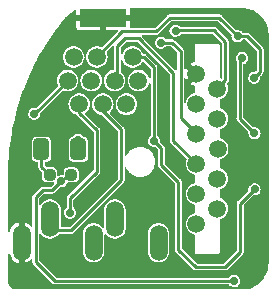
<source format=gbr>
G04 #@! TF.GenerationSoftware,KiCad,Pcbnew,(6.0.6-0)*
G04 #@! TF.CreationDate,2023-01-05T22:31:34-05:00*
G04 #@! TF.ProjectId,10DIN2VGA,31304449-4e32-4564-9741-2e6b69636164,1.0*
G04 #@! TF.SameCoordinates,Original*
G04 #@! TF.FileFunction,Copper,L1,Top*
G04 #@! TF.FilePolarity,Positive*
%FSLAX46Y46*%
G04 Gerber Fmt 4.6, Leading zero omitted, Abs format (unit mm)*
G04 Created by KiCad (PCBNEW (6.0.6-0)) date 2023-01-05 22:31:34*
%MOMM*%
%LPD*%
G01*
G04 APERTURE LIST*
G04 Aperture macros list*
%AMRoundRect*
0 Rectangle with rounded corners*
0 $1 Rounding radius*
0 $2 $3 $4 $5 $6 $7 $8 $9 X,Y pos of 4 corners*
0 Add a 4 corners polygon primitive as box body*
4,1,4,$2,$3,$4,$5,$6,$7,$8,$9,$2,$3,0*
0 Add four circle primitives for the rounded corners*
1,1,$1+$1,$2,$3*
1,1,$1+$1,$4,$5*
1,1,$1+$1,$6,$7*
1,1,$1+$1,$8,$9*
0 Add four rect primitives between the rounded corners*
20,1,$1+$1,$2,$3,$4,$5,0*
20,1,$1+$1,$4,$5,$6,$7,0*
20,1,$1+$1,$6,$7,$8,$9,0*
20,1,$1+$1,$8,$9,$2,$3,0*%
G04 Aperture macros list end*
G04 #@! TA.AperFunction,SMDPad,CuDef*
%ADD10RoundRect,0.237500X0.250000X0.237500X-0.250000X0.237500X-0.250000X-0.237500X0.250000X-0.237500X0*%
G04 #@! TD*
G04 #@! TA.AperFunction,ComponentPad*
%ADD11C,1.500000*%
G04 #@! TD*
G04 #@! TA.AperFunction,ComponentPad*
%ADD12R,4.000000X1.500000*%
G04 #@! TD*
G04 #@! TA.AperFunction,SMDPad,CuDef*
%ADD13RoundRect,0.250000X0.412500X0.650000X-0.412500X0.650000X-0.412500X-0.650000X0.412500X-0.650000X0*%
G04 #@! TD*
G04 #@! TA.AperFunction,ComponentPad*
%ADD14O,1.508000X3.016000*%
G04 #@! TD*
G04 #@! TA.AperFunction,ViaPad*
%ADD15C,0.700000*%
G04 #@! TD*
G04 #@! TA.AperFunction,Conductor*
%ADD16C,0.250000*%
G04 #@! TD*
G04 APERTURE END LIST*
D10*
X127642500Y-103090000D03*
X125817500Y-103090000D03*
D11*
X140021496Y-105950007D03*
X138246496Y-104700007D03*
X138246496Y-107250007D03*
X140021496Y-95800007D03*
X138246496Y-102150007D03*
X138246496Y-99625007D03*
X138246496Y-97075007D03*
X140021496Y-103425007D03*
X140021496Y-98325007D03*
X140046496Y-100875007D03*
X138246496Y-94525007D03*
X132315000Y-97110000D03*
X130315000Y-97110000D03*
X128315000Y-97110000D03*
X133340000Y-95110000D03*
X131315000Y-95110000D03*
X129340000Y-95110000D03*
X127340000Y-95110000D03*
X132840000Y-93110000D03*
X129815000Y-93110000D03*
X127840000Y-93110000D03*
D12*
X130340000Y-89810000D03*
D13*
X128252500Y-100910000D03*
X125127500Y-100910000D03*
D14*
X123440000Y-108840000D03*
X125840000Y-106840000D03*
X131340000Y-106840000D03*
X135040000Y-108840000D03*
X129540000Y-108840000D03*
D15*
X139180000Y-91530000D03*
X141350000Y-102430000D03*
X136260000Y-93190000D03*
X133480000Y-108070000D03*
X133130000Y-98880000D03*
X127520000Y-98880000D03*
X132820000Y-105660000D03*
X125150000Y-94830000D03*
X141330000Y-99570000D03*
X143575000Y-90975000D03*
X128825000Y-92000000D03*
X143175000Y-106875000D03*
X135500000Y-94850000D03*
X131150000Y-109190000D03*
X128660000Y-105660000D03*
X130950000Y-99925000D03*
X141025000Y-108825000D03*
X134500000Y-90220000D03*
X128250000Y-100110000D03*
X136475000Y-90900000D03*
X135250000Y-91900000D03*
X124525000Y-97925000D03*
X127550000Y-106280000D03*
X134650000Y-100220000D03*
X143170000Y-104300000D03*
X143150000Y-94850000D03*
X141730000Y-91340000D03*
X142130000Y-93190000D03*
X143160000Y-99570000D03*
X141440000Y-112075000D03*
X126810000Y-103640000D03*
D16*
X128250000Y-100110000D02*
X128250000Y-100910000D01*
X140700000Y-95070000D02*
X140171496Y-95598504D01*
X140700000Y-91825000D02*
X140700000Y-95070000D01*
X139740000Y-90865000D02*
X140700000Y-91825000D01*
X136475000Y-90900000D02*
X136510000Y-90865000D01*
X136510000Y-90865000D02*
X139740000Y-90865000D01*
X140171496Y-95598504D02*
X140171496Y-95800000D01*
X138121496Y-102021496D02*
X138121496Y-102150000D01*
X136290000Y-94440000D02*
X136290000Y-100190000D01*
X131315000Y-95110000D02*
X131550000Y-94875000D01*
X136290000Y-100190000D02*
X138121496Y-102021496D01*
X131550000Y-94875000D02*
X131550000Y-92175000D01*
X131550000Y-92175000D02*
X132179531Y-91545469D01*
X133395469Y-91545469D02*
X136290000Y-94440000D01*
X132179531Y-91545469D02*
X133395469Y-91545469D01*
X136900000Y-98270000D02*
X138121496Y-99491496D01*
X136190000Y-91900000D02*
X136900000Y-92610000D01*
X136900000Y-92610000D02*
X136900000Y-98270000D01*
X138121496Y-99491496D02*
X138121496Y-99620000D01*
X135250000Y-91900000D02*
X136190000Y-91900000D01*
X127340000Y-95110000D02*
X124525000Y-97925000D01*
X131875000Y-99250000D02*
X131875000Y-103545000D01*
X131875000Y-103545000D02*
X127620000Y-107800000D01*
X127620000Y-107800000D02*
X125970000Y-107800000D01*
X125970000Y-107800000D02*
X125840000Y-107670000D01*
X125840000Y-107670000D02*
X125840000Y-106840000D01*
X130315000Y-97690000D02*
X131875000Y-99250000D01*
X130315000Y-97110000D02*
X130315000Y-97690000D01*
X127550000Y-106280000D02*
X127550000Y-105090000D01*
X128315000Y-97825000D02*
X128315000Y-97110000D01*
X129825000Y-99335000D02*
X128315000Y-97825000D01*
X129825000Y-102815000D02*
X129825000Y-99335000D01*
X127550000Y-105090000D02*
X129825000Y-102815000D01*
X135270000Y-102228849D02*
X136710000Y-103668849D01*
X133780000Y-93110000D02*
X132840000Y-93110000D01*
X134650000Y-100220000D02*
X135270000Y-100840000D01*
X135270000Y-100840000D02*
X135270000Y-102228849D01*
X138174206Y-110900000D02*
X140700000Y-110900000D01*
X141950000Y-105520000D02*
X143170000Y-104300000D01*
X140700000Y-110900000D02*
X141950000Y-109650000D01*
X141950000Y-109650000D02*
X141950000Y-105520000D01*
X136710000Y-103668849D02*
X136710000Y-109435794D01*
X134650000Y-93980000D02*
X133780000Y-93110000D01*
X136710000Y-109435794D02*
X138174206Y-110900000D01*
X134650000Y-100220000D02*
X134650000Y-93980000D01*
X143640000Y-94360000D02*
X143150000Y-94850000D01*
X141730000Y-91340000D02*
X142530000Y-91340000D01*
X134825000Y-90950000D02*
X131975000Y-90950000D01*
X143640000Y-92450000D02*
X143640000Y-94360000D01*
X141730000Y-91340000D02*
X140180000Y-89790000D01*
X135985000Y-89790000D02*
X134825000Y-90950000D01*
X131975000Y-90950000D02*
X129815000Y-93110000D01*
X140180000Y-89790000D02*
X135985000Y-89790000D01*
X142530000Y-91340000D02*
X143640000Y-92450000D01*
X141925000Y-98335000D02*
X143160000Y-99570000D01*
X141925000Y-93395000D02*
X141925000Y-98335000D01*
X142130000Y-93190000D02*
X141925000Y-93395000D01*
X125127500Y-100910000D02*
X125127500Y-102407500D01*
X125127500Y-102407500D02*
X125810000Y-103090000D01*
X141440000Y-112075000D02*
X126235000Y-112075000D01*
X127360000Y-103090000D02*
X127640000Y-103090000D01*
X124640000Y-110480000D02*
X124640000Y-104990000D01*
X126810000Y-103640000D02*
X127360000Y-103090000D01*
X126060000Y-104390000D02*
X126810000Y-103640000D01*
X125240000Y-104390000D02*
X126060000Y-104390000D01*
X124640000Y-104990000D02*
X125240000Y-104390000D01*
X126235000Y-112075000D02*
X124640000Y-110480000D01*
G04 #@! TA.AperFunction,Conductor*
G36*
X142140644Y-88992451D02*
G01*
X142141479Y-88992640D01*
X142150257Y-88994628D01*
X142158927Y-88992636D01*
X142167824Y-88992622D01*
X142167824Y-88992640D01*
X142175931Y-88991955D01*
X142300540Y-88999091D01*
X142411595Y-89005451D01*
X142421071Y-89006571D01*
X142673719Y-89052080D01*
X142682988Y-89054335D01*
X142928297Y-89130011D01*
X142937235Y-89133373D01*
X143009814Y-89165806D01*
X143171598Y-89238102D01*
X143180066Y-89242518D01*
X143400084Y-89374780D01*
X143407953Y-89380184D01*
X143610398Y-89538039D01*
X143617551Y-89544349D01*
X143695421Y-89621890D01*
X143799451Y-89725481D01*
X143805799Y-89732617D01*
X143830043Y-89763439D01*
X143964506Y-89934385D01*
X143969947Y-89942237D01*
X144051010Y-90075801D01*
X144103134Y-90161685D01*
X144107588Y-90170138D01*
X144213310Y-90404063D01*
X144216711Y-90412991D01*
X144293418Y-90657954D01*
X144295717Y-90667227D01*
X144342294Y-90919674D01*
X144343456Y-90929157D01*
X144357921Y-91164302D01*
X144357265Y-91172298D01*
X144357365Y-91172298D01*
X144357358Y-91181195D01*
X144355372Y-91189866D01*
X144357343Y-91198539D01*
X144357343Y-91198541D01*
X144357536Y-91199389D01*
X144359500Y-91216895D01*
X144359500Y-110522506D01*
X144357448Y-110540393D01*
X144357387Y-110540657D01*
X144355373Y-110549323D01*
X144357316Y-110558004D01*
X144357279Y-110566898D01*
X144357271Y-110566898D01*
X144357912Y-110575015D01*
X144342973Y-110813968D01*
X144341814Y-110823381D01*
X144294590Y-111079175D01*
X144292312Y-111088379D01*
X144275768Y-111141355D01*
X144214776Y-111336660D01*
X144211411Y-111345528D01*
X144147093Y-111488469D01*
X144111970Y-111566526D01*
X144104674Y-111582740D01*
X144100272Y-111591137D01*
X144090811Y-111606814D01*
X143965877Y-111813845D01*
X143960498Y-111821657D01*
X143800379Y-112026659D01*
X143794102Y-112033769D01*
X143610586Y-112218088D01*
X143603503Y-112224396D01*
X143583100Y-112240476D01*
X143424972Y-112365099D01*
X143399205Y-112385406D01*
X143391419Y-112390818D01*
X143283200Y-112456769D01*
X143169301Y-112526182D01*
X143160921Y-112530622D01*
X142924177Y-112638393D01*
X142915324Y-112641797D01*
X142667383Y-112720416D01*
X142658187Y-112722735D01*
X142402601Y-112771076D01*
X142393192Y-112772276D01*
X142326404Y-112776744D01*
X142154693Y-112788231D01*
X142146757Y-112787624D01*
X142146757Y-112787724D01*
X142137863Y-112787768D01*
X142129179Y-112785833D01*
X142120442Y-112787872D01*
X142120360Y-112787891D01*
X142102403Y-112789959D01*
X132245862Y-112789722D01*
X123045777Y-112789501D01*
X123028989Y-112787696D01*
X123027034Y-112787271D01*
X123027032Y-112787271D01*
X123018339Y-112785380D01*
X123009686Y-112787446D01*
X123000790Y-112787536D01*
X123000781Y-112786668D01*
X122992849Y-112787251D01*
X122883404Y-112777457D01*
X122867756Y-112774442D01*
X122745909Y-112737895D01*
X122731179Y-112731798D01*
X122619143Y-112671527D01*
X122605936Y-112662595D01*
X122508287Y-112581059D01*
X122497143Y-112569658D01*
X122462491Y-112526182D01*
X122417852Y-112470174D01*
X122409225Y-112456769D01*
X122369637Y-112378982D01*
X122351525Y-112343394D01*
X122345765Y-112328530D01*
X122342190Y-112315540D01*
X122312004Y-112205877D01*
X122309345Y-112190157D01*
X122302069Y-112080832D01*
X122301947Y-112072711D01*
X122302255Y-112064257D01*
X122304548Y-112055659D01*
X122301919Y-112041831D01*
X122300529Y-112027076D01*
X122300528Y-111659170D01*
X122300521Y-109831626D01*
X122319003Y-109780847D01*
X122365803Y-109753827D01*
X122419021Y-109763211D01*
X122454906Y-109808003D01*
X122511232Y-109987738D01*
X122514370Y-109995059D01*
X122609376Y-110166456D01*
X122613917Y-110172989D01*
X122741443Y-110321775D01*
X122747216Y-110327273D01*
X122902053Y-110447377D01*
X122908811Y-110451600D01*
X123084635Y-110538116D01*
X123092104Y-110540893D01*
X123176521Y-110562882D01*
X123187825Y-110561813D01*
X123189516Y-110560098D01*
X123190000Y-110557880D01*
X123190000Y-110557690D01*
X123690000Y-110557690D01*
X123693884Y-110568361D01*
X123696043Y-110569607D01*
X123878635Y-110502426D01*
X123885802Y-110498931D01*
X124052343Y-110395671D01*
X124058651Y-110390813D01*
X124201039Y-110256164D01*
X124206240Y-110250139D01*
X124210788Y-110243643D01*
X124255054Y-110212648D01*
X124308888Y-110217358D01*
X124347099Y-110255570D01*
X124354500Y-110288956D01*
X124354500Y-110428526D01*
X124354153Y-110433255D01*
X124352671Y-110437571D01*
X124352945Y-110444862D01*
X124354444Y-110484798D01*
X124354500Y-110487762D01*
X124354500Y-110506552D01*
X124355166Y-110510129D01*
X124355355Y-110512172D01*
X124355633Y-110516469D01*
X124356220Y-110532094D01*
X124356661Y-110543853D01*
X124361640Y-110555442D01*
X124366717Y-110572155D01*
X124367691Y-110577384D01*
X124367692Y-110577388D01*
X124369028Y-110584559D01*
X124372855Y-110590767D01*
X124382888Y-110607045D01*
X124388220Y-110617310D01*
X124398645Y-110641574D01*
X124402457Y-110646215D01*
X124407848Y-110651606D01*
X124419237Y-110666014D01*
X124421007Y-110668886D01*
X124421010Y-110668889D01*
X124424837Y-110675098D01*
X124445782Y-110691025D01*
X124447722Y-110692500D01*
X124455765Y-110699523D01*
X125996718Y-112240476D01*
X125999822Y-112244071D01*
X126001826Y-112248171D01*
X126007173Y-112253131D01*
X126036495Y-112280331D01*
X126038630Y-112282388D01*
X126051896Y-112295654D01*
X126054902Y-112297716D01*
X126056459Y-112299010D01*
X126059694Y-112301851D01*
X126079800Y-112320502D01*
X126090746Y-112324869D01*
X126091513Y-112325175D01*
X126106925Y-112333404D01*
X126117328Y-112340541D01*
X126129359Y-112343396D01*
X126143024Y-112346639D01*
X126154052Y-112350126D01*
X126178586Y-112359914D01*
X126184563Y-112360500D01*
X126192188Y-112360500D01*
X126210429Y-112362635D01*
X126220812Y-112365099D01*
X126228042Y-112364115D01*
X126228043Y-112364115D01*
X126249298Y-112361222D01*
X126259952Y-112360500D01*
X140976239Y-112360500D01*
X141027019Y-112378982D01*
X141036712Y-112388667D01*
X141096236Y-112459479D01*
X141217964Y-112540508D01*
X141357541Y-112584116D01*
X141407056Y-112585023D01*
X141498120Y-112586692D01*
X141498121Y-112586692D01*
X141503747Y-112586795D01*
X141644829Y-112548332D01*
X141769445Y-112471818D01*
X141773218Y-112467650D01*
X141773220Y-112467648D01*
X141863799Y-112367577D01*
X141863800Y-112367576D01*
X141867576Y-112363404D01*
X141931335Y-112231805D01*
X141932582Y-112224396D01*
X141955090Y-112090610D01*
X141955090Y-112090607D01*
X141955596Y-112087601D01*
X141955750Y-112075000D01*
X141935020Y-111930246D01*
X141925861Y-111910102D01*
X141876827Y-111802257D01*
X141876826Y-111802255D01*
X141874495Y-111797129D01*
X141870820Y-111792864D01*
X141870818Y-111792861D01*
X141782716Y-111690615D01*
X141779041Y-111686350D01*
X141737107Y-111659170D01*
X141661054Y-111609874D01*
X141661051Y-111609872D01*
X141656332Y-111606814D01*
X141575835Y-111582740D01*
X141521621Y-111566526D01*
X141521619Y-111566526D01*
X141516233Y-111564915D01*
X141443711Y-111564472D01*
X141375630Y-111564056D01*
X141375628Y-111564056D01*
X141370005Y-111564022D01*
X141229404Y-111604206D01*
X141105732Y-111682237D01*
X141034584Y-111762797D01*
X140987117Y-111788622D01*
X140975372Y-111789500D01*
X126385980Y-111789500D01*
X126335200Y-111771018D01*
X126330119Y-111766361D01*
X124948639Y-110384881D01*
X124925801Y-110335905D01*
X124925500Y-110329020D01*
X124925500Y-109641924D01*
X128625500Y-109641924D01*
X128625717Y-109643985D01*
X128625717Y-109643992D01*
X128638906Y-109769474D01*
X128640557Y-109785182D01*
X128699961Y-109968009D01*
X128702030Y-109971592D01*
X128702031Y-109971595D01*
X128715578Y-109995059D01*
X128796079Y-110134490D01*
X128924710Y-110277349D01*
X129080231Y-110390342D01*
X129084020Y-110392029D01*
X129252064Y-110466848D01*
X129252067Y-110466849D01*
X129255847Y-110468532D01*
X129259893Y-110469392D01*
X129259896Y-110469393D01*
X129439838Y-110507641D01*
X129439843Y-110507642D01*
X129443882Y-110508500D01*
X129636118Y-110508500D01*
X129640157Y-110507642D01*
X129640162Y-110507641D01*
X129820108Y-110469392D01*
X129820110Y-110469391D01*
X129824153Y-110468532D01*
X129827935Y-110466848D01*
X129995989Y-110392025D01*
X129995992Y-110392023D01*
X129999768Y-110390342D01*
X130007285Y-110384881D01*
X130151937Y-110279785D01*
X130151936Y-110279785D01*
X130155290Y-110277349D01*
X130283921Y-110134490D01*
X130364422Y-109995059D01*
X130377969Y-109971595D01*
X130377970Y-109971592D01*
X130380039Y-109968009D01*
X130439443Y-109785182D01*
X130441094Y-109769474D01*
X130454283Y-109643992D01*
X130454283Y-109643985D01*
X130454500Y-109641924D01*
X134125500Y-109641924D01*
X134125717Y-109643985D01*
X134125717Y-109643992D01*
X134138906Y-109769474D01*
X134140557Y-109785182D01*
X134199961Y-109968009D01*
X134202030Y-109971592D01*
X134202031Y-109971595D01*
X134215578Y-109995059D01*
X134296079Y-110134490D01*
X134424710Y-110277349D01*
X134580231Y-110390342D01*
X134584020Y-110392029D01*
X134752064Y-110466848D01*
X134752067Y-110466849D01*
X134755847Y-110468532D01*
X134759893Y-110469392D01*
X134759896Y-110469393D01*
X134939838Y-110507641D01*
X134939843Y-110507642D01*
X134943882Y-110508500D01*
X135136118Y-110508500D01*
X135140157Y-110507642D01*
X135140162Y-110507641D01*
X135320108Y-110469392D01*
X135320110Y-110469391D01*
X135324153Y-110468532D01*
X135327935Y-110466848D01*
X135495989Y-110392025D01*
X135495992Y-110392023D01*
X135499768Y-110390342D01*
X135507285Y-110384881D01*
X135651937Y-110279785D01*
X135651936Y-110279785D01*
X135655290Y-110277349D01*
X135783921Y-110134490D01*
X135864422Y-109995059D01*
X135877969Y-109971595D01*
X135877970Y-109971592D01*
X135880039Y-109968009D01*
X135939443Y-109785182D01*
X135941094Y-109769474D01*
X135954283Y-109643992D01*
X135954283Y-109643985D01*
X135954500Y-109641924D01*
X135954500Y-108038076D01*
X135953878Y-108032152D01*
X135939876Y-107898936D01*
X135939876Y-107898934D01*
X135939443Y-107894818D01*
X135880039Y-107711991D01*
X135830373Y-107625966D01*
X135785992Y-107549097D01*
X135783921Y-107545510D01*
X135756000Y-107514500D01*
X135658064Y-107405732D01*
X135655290Y-107402651D01*
X135499769Y-107289658D01*
X135419966Y-107254127D01*
X135327936Y-107213152D01*
X135327933Y-107213151D01*
X135324153Y-107211468D01*
X135320107Y-107210608D01*
X135320104Y-107210607D01*
X135140162Y-107172359D01*
X135140157Y-107172358D01*
X135136118Y-107171500D01*
X134943882Y-107171500D01*
X134939843Y-107172358D01*
X134939838Y-107172359D01*
X134759892Y-107210608D01*
X134759890Y-107210609D01*
X134755847Y-107211468D01*
X134752070Y-107213150D01*
X134752069Y-107213150D01*
X134584011Y-107287975D01*
X134584008Y-107287977D01*
X134580232Y-107289658D01*
X134424710Y-107402651D01*
X134421936Y-107405732D01*
X134324001Y-107514500D01*
X134296079Y-107545510D01*
X134294008Y-107549097D01*
X134249628Y-107625966D01*
X134199961Y-107711991D01*
X134140557Y-107894818D01*
X134140124Y-107898934D01*
X134140124Y-107898936D01*
X134126123Y-108032152D01*
X134125500Y-108038076D01*
X134125500Y-109641924D01*
X130454500Y-109641924D01*
X130454500Y-108182023D01*
X130472982Y-108131243D01*
X130519782Y-108104223D01*
X130573000Y-108113607D01*
X130595956Y-108134277D01*
X130596079Y-108134490D01*
X130598850Y-108137567D01*
X130598851Y-108137569D01*
X130620910Y-108162068D01*
X130724710Y-108277349D01*
X130880231Y-108390342D01*
X130884020Y-108392029D01*
X131052064Y-108466848D01*
X131052067Y-108466849D01*
X131055847Y-108468532D01*
X131059893Y-108469392D01*
X131059896Y-108469393D01*
X131239838Y-108507641D01*
X131239843Y-108507642D01*
X131243882Y-108508500D01*
X131436118Y-108508500D01*
X131440157Y-108507642D01*
X131440162Y-108507641D01*
X131620108Y-108469392D01*
X131620110Y-108469391D01*
X131624153Y-108468532D01*
X131627935Y-108466848D01*
X131795989Y-108392025D01*
X131795992Y-108392023D01*
X131799768Y-108390342D01*
X131955290Y-108277349D01*
X132059090Y-108162068D01*
X132081148Y-108137570D01*
X132081149Y-108137569D01*
X132083921Y-108134490D01*
X132109455Y-108090264D01*
X132177969Y-107971595D01*
X132177970Y-107971592D01*
X132180039Y-107968009D01*
X132239443Y-107785182D01*
X132240284Y-107777182D01*
X132254283Y-107643992D01*
X132254283Y-107643985D01*
X132254500Y-107641924D01*
X132254500Y-106038076D01*
X132250274Y-105997861D01*
X132239876Y-105898936D01*
X132239876Y-105898934D01*
X132239443Y-105894818D01*
X132180039Y-105711991D01*
X132156362Y-105670980D01*
X132085992Y-105549097D01*
X132083921Y-105545510D01*
X132073820Y-105534291D01*
X131958064Y-105405732D01*
X131955290Y-105402651D01*
X131799769Y-105289658D01*
X131690961Y-105241213D01*
X131627936Y-105213152D01*
X131627933Y-105213151D01*
X131624153Y-105211468D01*
X131620107Y-105210608D01*
X131620104Y-105210607D01*
X131440162Y-105172359D01*
X131440157Y-105172358D01*
X131436118Y-105171500D01*
X131243882Y-105171500D01*
X131239843Y-105172358D01*
X131239838Y-105172359D01*
X131059892Y-105210608D01*
X131059890Y-105210609D01*
X131055847Y-105211468D01*
X131052070Y-105213150D01*
X131052069Y-105213150D01*
X130884011Y-105287975D01*
X130884008Y-105287977D01*
X130880232Y-105289658D01*
X130876884Y-105292090D01*
X130876883Y-105292091D01*
X130808934Y-105341459D01*
X130724710Y-105402651D01*
X130721936Y-105405732D01*
X130606181Y-105534291D01*
X130596079Y-105545510D01*
X130594008Y-105549097D01*
X130523639Y-105670980D01*
X130499961Y-105711991D01*
X130440557Y-105894818D01*
X130440124Y-105898934D01*
X130440124Y-105898936D01*
X130429727Y-105997861D01*
X130425500Y-106038076D01*
X130425500Y-107497977D01*
X130407018Y-107548757D01*
X130360218Y-107575777D01*
X130307000Y-107566393D01*
X130284044Y-107545723D01*
X130283921Y-107545510D01*
X130256000Y-107514500D01*
X130158064Y-107405732D01*
X130155290Y-107402651D01*
X129999769Y-107289658D01*
X129919966Y-107254127D01*
X129827936Y-107213152D01*
X129827933Y-107213151D01*
X129824153Y-107211468D01*
X129820107Y-107210608D01*
X129820104Y-107210607D01*
X129640162Y-107172359D01*
X129640157Y-107172358D01*
X129636118Y-107171500D01*
X129443882Y-107171500D01*
X129439843Y-107172358D01*
X129439838Y-107172359D01*
X129259892Y-107210608D01*
X129259890Y-107210609D01*
X129255847Y-107211468D01*
X129252070Y-107213150D01*
X129252069Y-107213150D01*
X129084011Y-107287975D01*
X129084008Y-107287977D01*
X129080232Y-107289658D01*
X128924710Y-107402651D01*
X128921936Y-107405732D01*
X128824001Y-107514500D01*
X128796079Y-107545510D01*
X128794008Y-107549097D01*
X128749628Y-107625966D01*
X128699961Y-107711991D01*
X128640557Y-107894818D01*
X128640124Y-107898934D01*
X128640124Y-107898936D01*
X128626123Y-108032152D01*
X128625500Y-108038076D01*
X128625500Y-109641924D01*
X124925500Y-109641924D01*
X124925500Y-108133871D01*
X124943982Y-108083091D01*
X124990782Y-108056071D01*
X125044000Y-108065455D01*
X125072916Y-108094371D01*
X125096079Y-108134490D01*
X125098851Y-108137569D01*
X125098852Y-108137570D01*
X125120910Y-108162068D01*
X125224710Y-108277349D01*
X125380231Y-108390342D01*
X125384020Y-108392029D01*
X125552064Y-108466848D01*
X125552067Y-108466849D01*
X125555847Y-108468532D01*
X125559893Y-108469392D01*
X125559896Y-108469393D01*
X125739838Y-108507641D01*
X125739843Y-108507642D01*
X125743882Y-108508500D01*
X125936118Y-108508500D01*
X125940157Y-108507642D01*
X125940162Y-108507641D01*
X126120108Y-108469392D01*
X126120110Y-108469391D01*
X126124153Y-108468532D01*
X126127935Y-108466848D01*
X126295989Y-108392025D01*
X126295992Y-108392023D01*
X126299768Y-108390342D01*
X126455290Y-108277349D01*
X126559090Y-108162068D01*
X126581148Y-108137570D01*
X126581149Y-108137569D01*
X126583921Y-108134490D01*
X126589400Y-108125000D01*
X126630796Y-108090264D01*
X126657816Y-108085500D01*
X127568526Y-108085500D01*
X127573255Y-108085847D01*
X127577571Y-108087329D01*
X127624799Y-108085556D01*
X127627762Y-108085500D01*
X127646552Y-108085500D01*
X127650129Y-108084834D01*
X127652172Y-108084645D01*
X127656469Y-108084367D01*
X127676563Y-108083613D01*
X127676565Y-108083613D01*
X127683853Y-108083339D01*
X127695442Y-108078360D01*
X127712155Y-108073283D01*
X127717384Y-108072309D01*
X127717388Y-108072308D01*
X127724559Y-108070972D01*
X127747045Y-108057112D01*
X127757310Y-108051780D01*
X127759094Y-108051014D01*
X127781574Y-108041355D01*
X127786215Y-108037543D01*
X127791606Y-108032152D01*
X127806014Y-108020763D01*
X127808886Y-108018993D01*
X127808889Y-108018990D01*
X127815098Y-108015163D01*
X127832500Y-107992278D01*
X127839523Y-107984235D01*
X132040476Y-103783282D01*
X132044071Y-103780178D01*
X132048171Y-103778174D01*
X132080331Y-103743505D01*
X132082388Y-103741370D01*
X132095654Y-103728104D01*
X132097716Y-103725098D01*
X132099010Y-103723541D01*
X132101852Y-103720305D01*
X132115540Y-103705549D01*
X132120502Y-103700200D01*
X132125175Y-103688487D01*
X132133404Y-103673075D01*
X132140541Y-103662672D01*
X132146639Y-103636976D01*
X132150126Y-103625948D01*
X132159914Y-103601414D01*
X132160500Y-103595437D01*
X132160500Y-103587812D01*
X132162635Y-103569571D01*
X132163414Y-103566288D01*
X132165099Y-103559188D01*
X132161222Y-103530702D01*
X132160500Y-103520048D01*
X132160500Y-102522927D01*
X132178982Y-102472147D01*
X132225782Y-102445127D01*
X132279000Y-102454511D01*
X132311098Y-102489540D01*
X132372486Y-102621186D01*
X132375512Y-102627676D01*
X132377491Y-102630503D01*
X132377492Y-102630504D01*
X132496671Y-102800709D01*
X132503023Y-102809781D01*
X132660219Y-102966977D01*
X132842323Y-103094488D01*
X133043804Y-103188440D01*
X133258537Y-103245978D01*
X133261973Y-103246279D01*
X133261975Y-103246279D01*
X133476559Y-103265052D01*
X133480000Y-103265353D01*
X133483441Y-103265052D01*
X133698025Y-103246279D01*
X133698027Y-103246279D01*
X133701463Y-103245978D01*
X133916196Y-103188440D01*
X134117677Y-103094488D01*
X134299781Y-102966977D01*
X134456977Y-102809781D01*
X134463330Y-102800709D01*
X134582508Y-102630504D01*
X134582509Y-102630503D01*
X134584488Y-102627676D01*
X134587515Y-102621186D01*
X134651982Y-102482935D01*
X134678440Y-102426196D01*
X134735978Y-102211463D01*
X134736950Y-102200360D01*
X134755052Y-101993441D01*
X134755353Y-101990000D01*
X134753647Y-101970499D01*
X134736279Y-101771975D01*
X134736279Y-101771973D01*
X134735978Y-101768537D01*
X134678440Y-101553804D01*
X134611171Y-101409546D01*
X134585947Y-101355452D01*
X134585945Y-101355449D01*
X134584488Y-101352324D01*
X134556835Y-101312831D01*
X134458959Y-101173049D01*
X134458956Y-101173046D01*
X134456977Y-101170219D01*
X134299781Y-101013023D01*
X134117677Y-100885512D01*
X133916196Y-100791560D01*
X133701463Y-100734022D01*
X133698027Y-100733721D01*
X133698025Y-100733721D01*
X133483441Y-100714948D01*
X133480000Y-100714647D01*
X133476559Y-100714948D01*
X133261975Y-100733721D01*
X133261973Y-100733721D01*
X133258537Y-100734022D01*
X133043804Y-100791560D01*
X132952440Y-100834164D01*
X132845452Y-100884053D01*
X132845449Y-100884055D01*
X132842324Y-100885512D01*
X132839501Y-100887489D01*
X132839496Y-100887492D01*
X132663049Y-101011041D01*
X132663046Y-101011044D01*
X132660219Y-101013023D01*
X132503023Y-101170219D01*
X132501044Y-101173046D01*
X132501041Y-101173049D01*
X132403165Y-101312831D01*
X132375512Y-101352324D01*
X132374055Y-101355449D01*
X132374053Y-101355452D01*
X132311098Y-101490460D01*
X132272887Y-101528671D01*
X132219053Y-101533381D01*
X132174787Y-101502385D01*
X132160500Y-101457073D01*
X132160500Y-99301473D01*
X132160847Y-99296744D01*
X132162329Y-99292428D01*
X132160556Y-99245200D01*
X132160500Y-99242237D01*
X132160500Y-99223448D01*
X132159834Y-99219871D01*
X132159645Y-99217828D01*
X132159367Y-99213531D01*
X132158613Y-99193437D01*
X132158613Y-99193435D01*
X132158339Y-99186147D01*
X132153360Y-99174558D01*
X132148283Y-99157845D01*
X132147309Y-99152616D01*
X132147308Y-99152612D01*
X132145972Y-99145441D01*
X132132112Y-99122955D01*
X132126780Y-99112690D01*
X132118555Y-99093547D01*
X132116355Y-99088426D01*
X132112543Y-99083785D01*
X132107152Y-99078394D01*
X132095763Y-99063986D01*
X132093993Y-99061114D01*
X132093990Y-99061111D01*
X132090163Y-99054902D01*
X132067279Y-99037500D01*
X132059235Y-99030477D01*
X130929075Y-97900317D01*
X130906237Y-97851341D01*
X130920223Y-97799143D01*
X130927818Y-97790557D01*
X130927599Y-97790360D01*
X131052894Y-97651206D01*
X131052895Y-97651205D01*
X131055667Y-97648126D01*
X131122576Y-97532237D01*
X131149295Y-97485959D01*
X131149296Y-97485956D01*
X131151365Y-97482373D01*
X131210509Y-97300346D01*
X131230515Y-97110000D01*
X131399485Y-97110000D01*
X131419491Y-97300346D01*
X131478635Y-97482373D01*
X131480704Y-97485956D01*
X131480705Y-97485959D01*
X131507424Y-97532237D01*
X131574333Y-97648126D01*
X131702401Y-97790360D01*
X131857242Y-97902859D01*
X131861031Y-97904546D01*
X132028307Y-97979023D01*
X132028310Y-97979024D01*
X132032090Y-97980707D01*
X132036133Y-97981566D01*
X132036138Y-97981568D01*
X132215259Y-98019641D01*
X132215264Y-98019642D01*
X132219303Y-98020500D01*
X132410697Y-98020500D01*
X132414736Y-98019642D01*
X132414741Y-98019641D01*
X132593862Y-97981568D01*
X132593867Y-97981566D01*
X132597910Y-97980707D01*
X132601690Y-97979024D01*
X132601693Y-97979023D01*
X132768969Y-97904546D01*
X132772758Y-97902859D01*
X132927599Y-97790360D01*
X133055667Y-97648126D01*
X133122576Y-97532237D01*
X133149295Y-97485959D01*
X133149296Y-97485956D01*
X133151365Y-97482373D01*
X133210509Y-97300346D01*
X133230515Y-97110000D01*
X133222166Y-97030565D01*
X133210942Y-96923772D01*
X133210942Y-96923770D01*
X133210509Y-96919654D01*
X133151365Y-96737627D01*
X133129092Y-96699048D01*
X133057738Y-96575461D01*
X133055667Y-96571874D01*
X132927599Y-96429640D01*
X132772758Y-96317141D01*
X132690383Y-96280465D01*
X132601693Y-96240977D01*
X132601690Y-96240976D01*
X132597910Y-96239293D01*
X132593867Y-96238434D01*
X132593862Y-96238432D01*
X132414741Y-96200359D01*
X132414736Y-96200358D01*
X132410697Y-96199500D01*
X132219303Y-96199500D01*
X132215264Y-96200358D01*
X132215259Y-96200359D01*
X132036135Y-96238433D01*
X132036133Y-96238434D01*
X132032090Y-96239293D01*
X132028313Y-96240975D01*
X132028312Y-96240975D01*
X131861022Y-96315458D01*
X131861019Y-96315460D01*
X131857243Y-96317141D01*
X131853895Y-96319573D01*
X131853894Y-96319574D01*
X131754560Y-96391744D01*
X131702401Y-96429640D01*
X131574333Y-96571874D01*
X131572262Y-96575461D01*
X131500909Y-96699048D01*
X131478635Y-96737627D01*
X131419491Y-96919654D01*
X131419058Y-96923770D01*
X131419058Y-96923772D01*
X131407834Y-97030565D01*
X131399485Y-97110000D01*
X131230515Y-97110000D01*
X131222166Y-97030565D01*
X131210942Y-96923772D01*
X131210942Y-96923770D01*
X131210509Y-96919654D01*
X131151365Y-96737627D01*
X131129092Y-96699048D01*
X131057738Y-96575461D01*
X131055667Y-96571874D01*
X130927599Y-96429640D01*
X130772758Y-96317141D01*
X130690383Y-96280465D01*
X130601693Y-96240977D01*
X130601690Y-96240976D01*
X130597910Y-96239293D01*
X130593867Y-96238434D01*
X130593862Y-96238432D01*
X130414741Y-96200359D01*
X130414736Y-96200358D01*
X130410697Y-96199500D01*
X130219303Y-96199500D01*
X130215264Y-96200358D01*
X130215259Y-96200359D01*
X130036135Y-96238433D01*
X130036133Y-96238434D01*
X130032090Y-96239293D01*
X130028313Y-96240975D01*
X130028312Y-96240975D01*
X129861022Y-96315458D01*
X129861019Y-96315460D01*
X129857243Y-96317141D01*
X129853895Y-96319573D01*
X129853894Y-96319574D01*
X129754560Y-96391744D01*
X129702401Y-96429640D01*
X129574333Y-96571874D01*
X129572262Y-96575461D01*
X129500909Y-96699048D01*
X129478635Y-96737627D01*
X129419491Y-96919654D01*
X129419058Y-96923770D01*
X129419058Y-96923772D01*
X129407834Y-97030565D01*
X129399485Y-97110000D01*
X129419491Y-97300346D01*
X129478635Y-97482373D01*
X129480704Y-97485956D01*
X129480705Y-97485959D01*
X129507424Y-97532237D01*
X129574333Y-97648126D01*
X129702401Y-97790360D01*
X129857242Y-97902859D01*
X129861031Y-97904546D01*
X130028307Y-97979023D01*
X130028310Y-97979024D01*
X130032090Y-97980707D01*
X130036133Y-97981566D01*
X130036138Y-97981568D01*
X130215256Y-98019640D01*
X130215258Y-98019640D01*
X130216408Y-98019885D01*
X130216409Y-98019885D01*
X130219303Y-98020500D01*
X130219155Y-98021195D01*
X130263674Y-98042432D01*
X131566361Y-99345119D01*
X131589199Y-99394095D01*
X131589500Y-99400980D01*
X131589500Y-103394020D01*
X131571018Y-103444800D01*
X131566361Y-103449881D01*
X127524881Y-107491361D01*
X127475905Y-107514199D01*
X127469020Y-107514500D01*
X126833500Y-107514500D01*
X126782720Y-107496018D01*
X126755700Y-107449218D01*
X126754500Y-107435500D01*
X126754500Y-106273699D01*
X127034288Y-106273699D01*
X127053249Y-106418695D01*
X127112143Y-106552542D01*
X127115765Y-106556851D01*
X127202613Y-106660169D01*
X127206236Y-106664479D01*
X127327964Y-106745508D01*
X127467541Y-106789116D01*
X127517056Y-106790023D01*
X127608120Y-106791692D01*
X127608121Y-106791692D01*
X127613747Y-106791795D01*
X127754829Y-106753332D01*
X127879445Y-106676818D01*
X127883218Y-106672650D01*
X127883220Y-106672648D01*
X127973799Y-106572577D01*
X127973800Y-106572576D01*
X127977576Y-106568404D01*
X128041335Y-106436805D01*
X128045321Y-106413116D01*
X128065090Y-106295610D01*
X128065090Y-106295607D01*
X128065596Y-106292601D01*
X128065750Y-106280000D01*
X128057416Y-106221805D01*
X128045818Y-106140816D01*
X128045817Y-106140814D01*
X128045020Y-106135246D01*
X128001784Y-106040153D01*
X127986827Y-106007257D01*
X127986826Y-106007255D01*
X127984495Y-106002129D01*
X127980820Y-105997864D01*
X127980818Y-105997861D01*
X127892716Y-105895615D01*
X127889041Y-105891350D01*
X127878064Y-105884235D01*
X127871530Y-105879999D01*
X127838972Y-105836870D01*
X127835500Y-105813708D01*
X127835500Y-105240980D01*
X127853982Y-105190200D01*
X127858639Y-105185119D01*
X129990476Y-103053282D01*
X129994071Y-103050178D01*
X129998171Y-103048174D01*
X130030331Y-103013505D01*
X130032388Y-103011370D01*
X130045654Y-102998104D01*
X130047716Y-102995098D01*
X130049010Y-102993541D01*
X130051852Y-102990305D01*
X130065540Y-102975549D01*
X130070502Y-102970200D01*
X130075175Y-102958487D01*
X130083404Y-102943075D01*
X130090541Y-102932672D01*
X130096639Y-102906973D01*
X130100129Y-102895938D01*
X130109914Y-102871414D01*
X130110500Y-102865437D01*
X130110500Y-102857807D01*
X130112635Y-102839566D01*
X130113413Y-102836287D01*
X130115098Y-102829188D01*
X130113591Y-102818111D01*
X130111222Y-102800709D01*
X130110500Y-102790055D01*
X130110500Y-99386473D01*
X130110847Y-99381744D01*
X130112329Y-99377428D01*
X130110556Y-99330200D01*
X130110500Y-99327237D01*
X130110500Y-99308448D01*
X130109834Y-99304871D01*
X130109645Y-99302828D01*
X130109367Y-99298531D01*
X130108613Y-99278437D01*
X130108613Y-99278435D01*
X130108339Y-99271147D01*
X130103360Y-99259558D01*
X130098283Y-99242845D01*
X130097309Y-99237616D01*
X130097308Y-99237612D01*
X130095972Y-99230441D01*
X130084207Y-99211354D01*
X130082112Y-99207955D01*
X130076780Y-99197690D01*
X130074953Y-99193437D01*
X130066355Y-99173426D01*
X130062543Y-99168785D01*
X130057152Y-99163394D01*
X130045763Y-99148986D01*
X130043993Y-99146114D01*
X130043990Y-99146111D01*
X130040163Y-99139902D01*
X130017279Y-99122500D01*
X130009235Y-99115477D01*
X128851982Y-97958224D01*
X128829144Y-97909248D01*
X128843130Y-97857050D01*
X128861408Y-97838451D01*
X128924246Y-97792796D01*
X128927599Y-97790360D01*
X129055667Y-97648126D01*
X129122576Y-97532237D01*
X129149295Y-97485959D01*
X129149296Y-97485956D01*
X129151365Y-97482373D01*
X129210509Y-97300346D01*
X129230515Y-97110000D01*
X129222166Y-97030565D01*
X129210942Y-96923772D01*
X129210942Y-96923770D01*
X129210509Y-96919654D01*
X129151365Y-96737627D01*
X129129092Y-96699048D01*
X129057738Y-96575461D01*
X129055667Y-96571874D01*
X128927599Y-96429640D01*
X128772758Y-96317141D01*
X128690383Y-96280465D01*
X128601693Y-96240977D01*
X128601690Y-96240976D01*
X128597910Y-96239293D01*
X128593867Y-96238434D01*
X128593862Y-96238432D01*
X128414741Y-96200359D01*
X128414736Y-96200358D01*
X128410697Y-96199500D01*
X128219303Y-96199500D01*
X128215264Y-96200358D01*
X128215259Y-96200359D01*
X128036135Y-96238433D01*
X128036133Y-96238434D01*
X128032090Y-96239293D01*
X128028313Y-96240975D01*
X128028312Y-96240975D01*
X127861022Y-96315458D01*
X127861019Y-96315460D01*
X127857243Y-96317141D01*
X127853895Y-96319573D01*
X127853894Y-96319574D01*
X127754560Y-96391744D01*
X127702401Y-96429640D01*
X127574333Y-96571874D01*
X127572262Y-96575461D01*
X127500909Y-96699048D01*
X127478635Y-96737627D01*
X127419491Y-96919654D01*
X127419058Y-96923770D01*
X127419058Y-96923772D01*
X127407834Y-97030565D01*
X127399485Y-97110000D01*
X127419491Y-97300346D01*
X127478635Y-97482373D01*
X127480704Y-97485956D01*
X127480705Y-97485959D01*
X127507424Y-97532237D01*
X127574333Y-97648126D01*
X127702401Y-97790360D01*
X127857242Y-97902859D01*
X127861031Y-97904546D01*
X128028307Y-97979023D01*
X128028310Y-97979024D01*
X128032090Y-97980707D01*
X128036133Y-97981566D01*
X128036138Y-97981568D01*
X128049041Y-97984310D01*
X128091139Y-98008517D01*
X128096008Y-98013887D01*
X128099837Y-98020098D01*
X128120363Y-98035706D01*
X128122722Y-98037500D01*
X128130765Y-98044523D01*
X129516361Y-99430119D01*
X129539199Y-99479095D01*
X129539500Y-99485980D01*
X129539500Y-102664020D01*
X129521018Y-102714800D01*
X129516361Y-102719881D01*
X127384524Y-104851718D01*
X127380929Y-104854822D01*
X127376829Y-104856826D01*
X127371869Y-104862173D01*
X127344669Y-104891495D01*
X127342612Y-104893630D01*
X127329346Y-104906896D01*
X127327284Y-104909902D01*
X127325990Y-104911459D01*
X127323149Y-104914694D01*
X127304498Y-104934800D01*
X127301795Y-104941576D01*
X127299825Y-104946513D01*
X127291596Y-104961925D01*
X127284459Y-104972328D01*
X127279169Y-104994622D01*
X127278361Y-104998027D01*
X127274872Y-105009058D01*
X127265086Y-105033586D01*
X127264500Y-105039563D01*
X127264500Y-105047193D01*
X127262365Y-105065432D01*
X127259902Y-105075812D01*
X127260886Y-105083042D01*
X127260886Y-105083043D01*
X127263778Y-105104291D01*
X127264500Y-105114945D01*
X127264500Y-105812901D01*
X127246018Y-105863681D01*
X127227656Y-105879713D01*
X127220980Y-105883926D01*
X127215732Y-105887237D01*
X127212011Y-105891450D01*
X127212010Y-105891451D01*
X127160295Y-105950007D01*
X127118932Y-105996841D01*
X127056786Y-106129209D01*
X127034288Y-106273699D01*
X126754500Y-106273699D01*
X126754500Y-106038076D01*
X126750274Y-105997861D01*
X126739876Y-105898936D01*
X126739876Y-105898934D01*
X126739443Y-105894818D01*
X126680039Y-105711991D01*
X126656362Y-105670980D01*
X126585992Y-105549097D01*
X126583921Y-105545510D01*
X126573820Y-105534291D01*
X126458064Y-105405732D01*
X126455290Y-105402651D01*
X126299769Y-105289658D01*
X126190961Y-105241213D01*
X126127936Y-105213152D01*
X126127933Y-105213151D01*
X126124153Y-105211468D01*
X126120107Y-105210608D01*
X126120104Y-105210607D01*
X125940162Y-105172359D01*
X125940157Y-105172358D01*
X125936118Y-105171500D01*
X125743882Y-105171500D01*
X125739843Y-105172358D01*
X125739838Y-105172359D01*
X125559892Y-105210608D01*
X125559890Y-105210609D01*
X125555847Y-105211468D01*
X125552070Y-105213150D01*
X125552069Y-105213150D01*
X125384011Y-105287975D01*
X125384008Y-105287977D01*
X125380232Y-105289658D01*
X125376884Y-105292090D01*
X125376883Y-105292091D01*
X125308934Y-105341459D01*
X125224710Y-105402651D01*
X125221936Y-105405732D01*
X125106181Y-105534291D01*
X125096079Y-105545510D01*
X125094008Y-105549097D01*
X125072916Y-105585629D01*
X125031519Y-105620365D01*
X124977480Y-105620365D01*
X124936084Y-105585629D01*
X124925500Y-105546129D01*
X124925500Y-105140980D01*
X124943982Y-105090200D01*
X124948639Y-105085119D01*
X125335119Y-104698639D01*
X125384095Y-104675801D01*
X125390980Y-104675500D01*
X126008526Y-104675500D01*
X126013255Y-104675847D01*
X126017571Y-104677329D01*
X126064799Y-104675556D01*
X126067762Y-104675500D01*
X126086552Y-104675500D01*
X126090129Y-104674834D01*
X126092172Y-104674645D01*
X126096469Y-104674367D01*
X126116563Y-104673613D01*
X126116565Y-104673613D01*
X126123853Y-104673339D01*
X126135442Y-104668360D01*
X126152155Y-104663283D01*
X126157384Y-104662309D01*
X126157388Y-104662308D01*
X126164559Y-104660972D01*
X126187045Y-104647112D01*
X126197310Y-104641780D01*
X126199094Y-104641014D01*
X126221574Y-104631355D01*
X126226215Y-104627543D01*
X126231606Y-104622152D01*
X126246014Y-104610763D01*
X126248886Y-104608993D01*
X126248889Y-104608990D01*
X126255098Y-104605163D01*
X126272500Y-104582278D01*
X126279523Y-104574235D01*
X126681313Y-104172445D01*
X126730289Y-104149607D01*
X126738621Y-104149319D01*
X126762468Y-104149756D01*
X126868120Y-104151692D01*
X126868121Y-104151692D01*
X126873747Y-104151795D01*
X127014829Y-104113332D01*
X127139445Y-104036818D01*
X127143218Y-104032650D01*
X127143220Y-104032648D01*
X127233799Y-103932577D01*
X127233800Y-103932576D01*
X127237576Y-103928404D01*
X127301335Y-103796805D01*
X127302269Y-103791255D01*
X127303980Y-103785893D01*
X127305150Y-103786266D01*
X127328902Y-103744379D01*
X127380151Y-103725500D01*
X127844675Y-103725499D01*
X127923822Y-103725499D01*
X127926882Y-103725014D01*
X127926887Y-103725014D01*
X128010879Y-103711712D01*
X128010880Y-103711712D01*
X128017022Y-103710739D01*
X128060694Y-103688487D01*
X128123814Y-103656326D01*
X128123817Y-103656324D01*
X128129355Y-103653502D01*
X128218502Y-103564355D01*
X128221324Y-103558817D01*
X128221326Y-103558814D01*
X128272916Y-103457563D01*
X128272917Y-103457561D01*
X128275739Y-103452022D01*
X128290500Y-103358823D01*
X128290499Y-102821178D01*
X128290014Y-102818111D01*
X128276712Y-102734121D01*
X128276712Y-102734120D01*
X128275739Y-102727978D01*
X128253609Y-102684546D01*
X128221326Y-102621186D01*
X128221324Y-102621183D01*
X128218502Y-102615645D01*
X128129355Y-102526498D01*
X128123817Y-102523676D01*
X128123814Y-102523674D01*
X128022563Y-102472084D01*
X128022561Y-102472083D01*
X128017022Y-102469261D01*
X128010881Y-102468288D01*
X128010880Y-102468288D01*
X127981127Y-102463576D01*
X127923823Y-102454500D01*
X127642682Y-102454500D01*
X127361178Y-102454501D01*
X127358118Y-102454986D01*
X127358113Y-102454986D01*
X127274121Y-102468288D01*
X127274120Y-102468288D01*
X127267978Y-102469261D01*
X127262433Y-102472086D01*
X127262434Y-102472086D01*
X127161186Y-102523674D01*
X127161183Y-102523676D01*
X127155645Y-102526498D01*
X127066498Y-102615645D01*
X127063676Y-102621183D01*
X127063674Y-102621186D01*
X127012086Y-102722434D01*
X127009261Y-102727978D01*
X126994500Y-102821177D01*
X126994500Y-103019020D01*
X126976018Y-103069800D01*
X126971361Y-103074881D01*
X126939484Y-103106758D01*
X126890508Y-103129596D01*
X126883141Y-103129896D01*
X126745630Y-103129056D01*
X126745628Y-103129056D01*
X126740005Y-103129022D01*
X126599404Y-103169206D01*
X126594645Y-103172209D01*
X126586655Y-103177250D01*
X126533847Y-103188715D01*
X126486023Y-103163554D01*
X126465500Y-103110437D01*
X126465499Y-102824284D01*
X126465499Y-102821178D01*
X126465014Y-102818111D01*
X126451712Y-102734121D01*
X126451712Y-102734120D01*
X126450739Y-102727978D01*
X126428609Y-102684546D01*
X126396326Y-102621186D01*
X126396324Y-102621183D01*
X126393502Y-102615645D01*
X126304355Y-102526498D01*
X126298817Y-102523676D01*
X126298814Y-102523674D01*
X126197563Y-102472084D01*
X126197561Y-102472083D01*
X126192022Y-102469261D01*
X126185881Y-102468288D01*
X126185880Y-102468288D01*
X126156127Y-102463576D01*
X126098823Y-102454500D01*
X126053747Y-102454500D01*
X125610981Y-102454501D01*
X125560201Y-102436019D01*
X125555120Y-102431362D01*
X125436139Y-102312381D01*
X125413301Y-102263405D01*
X125413000Y-102256520D01*
X125413000Y-102049499D01*
X125431482Y-101998719D01*
X125478282Y-101971699D01*
X125492000Y-101970499D01*
X125572306Y-101970499D01*
X125575368Y-101970014D01*
X125575369Y-101970014D01*
X125662297Y-101956247D01*
X125662298Y-101956247D01*
X125668433Y-101955275D01*
X125784294Y-101896241D01*
X125876241Y-101804294D01*
X125882206Y-101792588D01*
X125910416Y-101737221D01*
X125935275Y-101688433D01*
X125938266Y-101669553D01*
X125950014Y-101595373D01*
X125950500Y-101592307D01*
X125950499Y-100227694D01*
X125950499Y-100227693D01*
X127429500Y-100227693D01*
X127429501Y-101592306D01*
X127429986Y-101595368D01*
X127429986Y-101595369D01*
X127441082Y-101665428D01*
X127444725Y-101688433D01*
X127469584Y-101737221D01*
X127497795Y-101792588D01*
X127503759Y-101804294D01*
X127595706Y-101896241D01*
X127711567Y-101955275D01*
X127717706Y-101956247D01*
X127717708Y-101956248D01*
X127759025Y-101962792D01*
X127807693Y-101970500D01*
X128252285Y-101970500D01*
X128697306Y-101970499D01*
X128700368Y-101970014D01*
X128700369Y-101970014D01*
X128787297Y-101956247D01*
X128787298Y-101956247D01*
X128793433Y-101955275D01*
X128909294Y-101896241D01*
X129001241Y-101804294D01*
X129007206Y-101792588D01*
X129035416Y-101737221D01*
X129060275Y-101688433D01*
X129063266Y-101669553D01*
X129075014Y-101595373D01*
X129075500Y-101592307D01*
X129075499Y-100227694D01*
X129074764Y-100223052D01*
X129061247Y-100137703D01*
X129061247Y-100137702D01*
X129060275Y-100131567D01*
X129011331Y-100035508D01*
X129004064Y-100021246D01*
X129004063Y-100021245D01*
X129001241Y-100015706D01*
X128909294Y-99923759D01*
X128890746Y-99914308D01*
X128798971Y-99867547D01*
X128798972Y-99867547D01*
X128793433Y-99864725D01*
X128787294Y-99863753D01*
X128787292Y-99863752D01*
X128728396Y-99854424D01*
X128680907Y-99827965D01*
X128679939Y-99826841D01*
X128589041Y-99721350D01*
X128548812Y-99695275D01*
X128471054Y-99644874D01*
X128471051Y-99644872D01*
X128466332Y-99641814D01*
X128396282Y-99620864D01*
X128331621Y-99601526D01*
X128331619Y-99601526D01*
X128326233Y-99599915D01*
X128253711Y-99599472D01*
X128185630Y-99599056D01*
X128185628Y-99599056D01*
X128180005Y-99599022D01*
X128039404Y-99639206D01*
X128034645Y-99642209D01*
X127921110Y-99713844D01*
X127915732Y-99717237D01*
X127912011Y-99721450D01*
X127912010Y-99721451D01*
X127863065Y-99776870D01*
X127818932Y-99826841D01*
X127817470Y-99825550D01*
X127780542Y-99853078D01*
X127770194Y-99855440D01*
X127717703Y-99863753D01*
X127717702Y-99863753D01*
X127711567Y-99864725D01*
X127706029Y-99867547D01*
X127614255Y-99914308D01*
X127595706Y-99923759D01*
X127503759Y-100015706D01*
X127500937Y-100021245D01*
X127500936Y-100021246D01*
X127493669Y-100035508D01*
X127444725Y-100131567D01*
X127443753Y-100137706D01*
X127443752Y-100137708D01*
X127437208Y-100179025D01*
X127429500Y-100227693D01*
X125950499Y-100227693D01*
X125949764Y-100223052D01*
X125936247Y-100137703D01*
X125936247Y-100137702D01*
X125935275Y-100131567D01*
X125886331Y-100035508D01*
X125879064Y-100021246D01*
X125879063Y-100021245D01*
X125876241Y-100015706D01*
X125784294Y-99923759D01*
X125765746Y-99914308D01*
X125673971Y-99867547D01*
X125673972Y-99867547D01*
X125668433Y-99864725D01*
X125662294Y-99863753D01*
X125662292Y-99863752D01*
X125609810Y-99855440D01*
X125572307Y-99849500D01*
X125127715Y-99849500D01*
X124682694Y-99849501D01*
X124679632Y-99849986D01*
X124679631Y-99849986D01*
X124592703Y-99863753D01*
X124592702Y-99863753D01*
X124586567Y-99864725D01*
X124581029Y-99867547D01*
X124489255Y-99914308D01*
X124470706Y-99923759D01*
X124378759Y-100015706D01*
X124375937Y-100021245D01*
X124375936Y-100021246D01*
X124368669Y-100035508D01*
X124319725Y-100131567D01*
X124318753Y-100137706D01*
X124318752Y-100137708D01*
X124312208Y-100179025D01*
X124304500Y-100227693D01*
X124304501Y-101592306D01*
X124304986Y-101595368D01*
X124304986Y-101595369D01*
X124316082Y-101665428D01*
X124319725Y-101688433D01*
X124344584Y-101737221D01*
X124372795Y-101792588D01*
X124378759Y-101804294D01*
X124470706Y-101896241D01*
X124586567Y-101955275D01*
X124592706Y-101956247D01*
X124592708Y-101956248D01*
X124634025Y-101962792D01*
X124682693Y-101970500D01*
X124763000Y-101970500D01*
X124813780Y-101988982D01*
X124840800Y-102035782D01*
X124842000Y-102049500D01*
X124842000Y-102356026D01*
X124841653Y-102360755D01*
X124840171Y-102365071D01*
X124840445Y-102372362D01*
X124841944Y-102412298D01*
X124842000Y-102415262D01*
X124842000Y-102434052D01*
X124842666Y-102437629D01*
X124842855Y-102439672D01*
X124843133Y-102443969D01*
X124843547Y-102454986D01*
X124844161Y-102471353D01*
X124849140Y-102482942D01*
X124854217Y-102499655D01*
X124855191Y-102504884D01*
X124855192Y-102504888D01*
X124856528Y-102512059D01*
X124865100Y-102525966D01*
X124870388Y-102534545D01*
X124875720Y-102544810D01*
X124886145Y-102569074D01*
X124889957Y-102573715D01*
X124895348Y-102579106D01*
X124906737Y-102593514D01*
X124908507Y-102596386D01*
X124908510Y-102596389D01*
X124912337Y-102602598D01*
X124929495Y-102615645D01*
X124935222Y-102620000D01*
X124943265Y-102627023D01*
X125146361Y-102830119D01*
X125169199Y-102879095D01*
X125169500Y-102885980D01*
X125169501Y-103129022D01*
X125169501Y-103358822D01*
X125169986Y-103361882D01*
X125169986Y-103361887D01*
X125180257Y-103426742D01*
X125184261Y-103452022D01*
X125195333Y-103473751D01*
X125238674Y-103558814D01*
X125238676Y-103558817D01*
X125241498Y-103564355D01*
X125330645Y-103653502D01*
X125336183Y-103656324D01*
X125336186Y-103656326D01*
X125437437Y-103707916D01*
X125437439Y-103707917D01*
X125442978Y-103710739D01*
X125449119Y-103711712D01*
X125449120Y-103711712D01*
X125478873Y-103716424D01*
X125536177Y-103725500D01*
X125817318Y-103725500D01*
X126098822Y-103725499D01*
X126111186Y-103723541D01*
X126122365Y-103721771D01*
X126175411Y-103732084D01*
X126209418Y-103774081D01*
X126208473Y-103828112D01*
X126190582Y-103855660D01*
X125964881Y-104081361D01*
X125915905Y-104104199D01*
X125909020Y-104104500D01*
X125291473Y-104104500D01*
X125286744Y-104104153D01*
X125282428Y-104102671D01*
X125235201Y-104104444D01*
X125232237Y-104104500D01*
X125213448Y-104104500D01*
X125209871Y-104105166D01*
X125207828Y-104105355D01*
X125203531Y-104105633D01*
X125183437Y-104106387D01*
X125183435Y-104106387D01*
X125176147Y-104106661D01*
X125164558Y-104111640D01*
X125147845Y-104116717D01*
X125142616Y-104117691D01*
X125142612Y-104117692D01*
X125135441Y-104119028D01*
X125116354Y-104130793D01*
X125112955Y-104132888D01*
X125102690Y-104138220D01*
X125078426Y-104148645D01*
X125073785Y-104152457D01*
X125068394Y-104157848D01*
X125053986Y-104169237D01*
X125051114Y-104171007D01*
X125051111Y-104171010D01*
X125044902Y-104174837D01*
X125040486Y-104180645D01*
X125027500Y-104197722D01*
X125020477Y-104205765D01*
X124474524Y-104751718D01*
X124470929Y-104754822D01*
X124466829Y-104756826D01*
X124461869Y-104762173D01*
X124434669Y-104791495D01*
X124432612Y-104793630D01*
X124419346Y-104806896D01*
X124417284Y-104809902D01*
X124415990Y-104811459D01*
X124413149Y-104814694D01*
X124394498Y-104834800D01*
X124391795Y-104841576D01*
X124389825Y-104846513D01*
X124381596Y-104861925D01*
X124374459Y-104872328D01*
X124372775Y-104879426D01*
X124368361Y-104898027D01*
X124364872Y-104909058D01*
X124355086Y-104933586D01*
X124354500Y-104939563D01*
X124354500Y-104947193D01*
X124352365Y-104965432D01*
X124349902Y-104975812D01*
X124350886Y-104983042D01*
X124350886Y-104983043D01*
X124353778Y-105004291D01*
X124354500Y-105014945D01*
X124354500Y-107396605D01*
X124336018Y-107447385D01*
X124289218Y-107474405D01*
X124236000Y-107465021D01*
X124215518Y-107448016D01*
X124138557Y-107358225D01*
X124132784Y-107352727D01*
X123977947Y-107232623D01*
X123971189Y-107228400D01*
X123795365Y-107141884D01*
X123787896Y-107139107D01*
X123703479Y-107117118D01*
X123692175Y-107118187D01*
X123690484Y-107119902D01*
X123690000Y-107122120D01*
X123690000Y-110557690D01*
X123190000Y-110557690D01*
X123190000Y-107122310D01*
X123186116Y-107111639D01*
X123183957Y-107110393D01*
X123001365Y-107177574D01*
X122994198Y-107181069D01*
X122827657Y-107284329D01*
X122821349Y-107289187D01*
X122678961Y-107423836D01*
X122673762Y-107429859D01*
X122561361Y-107590385D01*
X122557478Y-107597332D01*
X122479651Y-107777182D01*
X122477244Y-107784769D01*
X122456846Y-107882411D01*
X122428369Y-107928339D01*
X122377034Y-107945217D01*
X122326859Y-107925149D01*
X122301323Y-107877524D01*
X122300515Y-107866256D01*
X122300501Y-103785893D01*
X122300500Y-103644431D01*
X122302124Y-103628495D01*
X122302797Y-103625228D01*
X122302797Y-103625227D01*
X122304591Y-103616517D01*
X122302430Y-103607890D01*
X122302394Y-103606176D01*
X122300413Y-103590230D01*
X122300378Y-103569571D01*
X122299090Y-102821177D01*
X122298942Y-102735252D01*
X122299007Y-102731906D01*
X122314293Y-102356026D01*
X122334742Y-101853210D01*
X122334948Y-101849880D01*
X122336128Y-101835706D01*
X122407864Y-100973513D01*
X122408212Y-100970184D01*
X122418884Y-100885512D01*
X122518184Y-100097656D01*
X122518670Y-100094364D01*
X122520799Y-100081795D01*
X122617298Y-99511923D01*
X122665491Y-99227320D01*
X122666119Y-99224033D01*
X122849540Y-98363936D01*
X122850308Y-98360679D01*
X122964330Y-97918699D01*
X124009288Y-97918699D01*
X124010018Y-97924280D01*
X124025247Y-98040737D01*
X124028249Y-98063695D01*
X124087143Y-98197542D01*
X124090765Y-98201851D01*
X124167023Y-98292571D01*
X124181236Y-98309479D01*
X124302964Y-98390508D01*
X124442541Y-98434116D01*
X124492056Y-98435023D01*
X124583120Y-98436692D01*
X124583121Y-98436692D01*
X124588747Y-98436795D01*
X124729829Y-98398332D01*
X124854445Y-98321818D01*
X124858218Y-98317650D01*
X124858220Y-98317648D01*
X124948799Y-98217577D01*
X124948800Y-98217576D01*
X124952576Y-98213404D01*
X125016335Y-98081805D01*
X125020321Y-98058116D01*
X125040090Y-97940610D01*
X125040090Y-97940607D01*
X125040596Y-97937601D01*
X125040750Y-97925000D01*
X125032323Y-97866154D01*
X125043420Y-97813266D01*
X125054664Y-97799094D01*
X126891355Y-95962403D01*
X126940331Y-95939565D01*
X126979349Y-95946094D01*
X127057090Y-95980707D01*
X127061133Y-95981566D01*
X127061135Y-95981567D01*
X127240259Y-96019641D01*
X127240264Y-96019642D01*
X127244303Y-96020500D01*
X127435697Y-96020500D01*
X127439736Y-96019642D01*
X127439741Y-96019641D01*
X127618862Y-95981568D01*
X127618867Y-95981566D01*
X127622910Y-95980707D01*
X127626690Y-95979024D01*
X127626693Y-95979023D01*
X127793969Y-95904546D01*
X127797758Y-95902859D01*
X127952599Y-95790360D01*
X128080667Y-95648126D01*
X128119024Y-95581690D01*
X128174295Y-95485959D01*
X128174296Y-95485956D01*
X128176365Y-95482373D01*
X128235509Y-95300346D01*
X128244120Y-95218422D01*
X128255082Y-95114120D01*
X128255515Y-95110000D01*
X128424485Y-95110000D01*
X128424918Y-95114120D01*
X128435881Y-95218422D01*
X128444491Y-95300346D01*
X128503635Y-95482373D01*
X128505704Y-95485956D01*
X128505705Y-95485959D01*
X128560976Y-95581690D01*
X128599333Y-95648126D01*
X128727401Y-95790360D01*
X128882242Y-95902859D01*
X128886031Y-95904546D01*
X129053307Y-95979023D01*
X129053310Y-95979024D01*
X129057090Y-95980707D01*
X129061133Y-95981566D01*
X129061138Y-95981568D01*
X129240259Y-96019641D01*
X129240264Y-96019642D01*
X129244303Y-96020500D01*
X129435697Y-96020500D01*
X129439736Y-96019642D01*
X129439741Y-96019641D01*
X129618862Y-95981568D01*
X129618867Y-95981566D01*
X129622910Y-95980707D01*
X129626690Y-95979024D01*
X129626693Y-95979023D01*
X129793969Y-95904546D01*
X129797758Y-95902859D01*
X129952599Y-95790360D01*
X130080667Y-95648126D01*
X130119024Y-95581690D01*
X130174295Y-95485959D01*
X130174296Y-95485956D01*
X130176365Y-95482373D01*
X130235509Y-95300346D01*
X130244120Y-95218422D01*
X130248933Y-95172624D01*
X130272622Y-95124054D01*
X130304651Y-95109794D01*
X130281065Y-95103030D01*
X130250847Y-95058230D01*
X130248933Y-95047376D01*
X130235942Y-94923772D01*
X130235942Y-94923770D01*
X130235509Y-94919654D01*
X130176365Y-94737627D01*
X130157398Y-94704774D01*
X130082738Y-94575461D01*
X130080667Y-94571874D01*
X130076136Y-94566841D01*
X129955373Y-94432721D01*
X129952599Y-94429640D01*
X129797758Y-94317141D01*
X129777272Y-94308020D01*
X129626693Y-94240977D01*
X129626690Y-94240976D01*
X129622910Y-94239293D01*
X129618867Y-94238434D01*
X129618862Y-94238432D01*
X129439741Y-94200359D01*
X129439736Y-94200358D01*
X129435697Y-94199500D01*
X129244303Y-94199500D01*
X129240264Y-94200358D01*
X129240259Y-94200359D01*
X129061135Y-94238433D01*
X129061133Y-94238434D01*
X129057090Y-94239293D01*
X129053313Y-94240975D01*
X129053312Y-94240975D01*
X128886022Y-94315458D01*
X128886019Y-94315460D01*
X128882243Y-94317141D01*
X128878895Y-94319573D01*
X128878894Y-94319574D01*
X128796818Y-94379206D01*
X128727401Y-94429640D01*
X128724627Y-94432721D01*
X128603865Y-94566841D01*
X128599333Y-94571874D01*
X128597262Y-94575461D01*
X128522603Y-94704774D01*
X128503635Y-94737627D01*
X128444491Y-94919654D01*
X128444058Y-94923770D01*
X128444058Y-94923772D01*
X128425962Y-95095946D01*
X128424485Y-95110000D01*
X128255515Y-95110000D01*
X128254038Y-95095946D01*
X128235942Y-94923772D01*
X128235942Y-94923770D01*
X128235509Y-94919654D01*
X128176365Y-94737627D01*
X128157398Y-94704774D01*
X128082738Y-94575461D01*
X128080667Y-94571874D01*
X128076136Y-94566841D01*
X127955373Y-94432721D01*
X127952599Y-94429640D01*
X127797758Y-94317141D01*
X127777272Y-94308020D01*
X127626693Y-94240977D01*
X127626690Y-94240976D01*
X127622910Y-94239293D01*
X127618867Y-94238434D01*
X127618862Y-94238432D01*
X127439741Y-94200359D01*
X127439736Y-94200358D01*
X127435697Y-94199500D01*
X127244303Y-94199500D01*
X127240264Y-94200358D01*
X127240259Y-94200359D01*
X127061135Y-94238433D01*
X127061133Y-94238434D01*
X127057090Y-94239293D01*
X127053313Y-94240975D01*
X127053312Y-94240975D01*
X126886022Y-94315458D01*
X126886019Y-94315460D01*
X126882243Y-94317141D01*
X126878895Y-94319573D01*
X126878894Y-94319574D01*
X126796818Y-94379206D01*
X126727401Y-94429640D01*
X126724627Y-94432721D01*
X126603865Y-94566841D01*
X126599333Y-94571874D01*
X126597262Y-94575461D01*
X126522603Y-94704774D01*
X126503635Y-94737627D01*
X126444491Y-94919654D01*
X126444058Y-94923770D01*
X126444058Y-94923772D01*
X126425962Y-95095946D01*
X126424485Y-95110000D01*
X126424918Y-95114120D01*
X126435881Y-95218422D01*
X126444491Y-95300346D01*
X126503447Y-95481794D01*
X126501562Y-95535800D01*
X126484175Y-95562067D01*
X124654484Y-97391758D01*
X124605508Y-97414596D01*
X124598141Y-97414896D01*
X124460630Y-97414056D01*
X124460628Y-97414056D01*
X124455005Y-97414022D01*
X124314404Y-97454206D01*
X124190732Y-97532237D01*
X124093932Y-97641841D01*
X124091540Y-97646936D01*
X124039489Y-97757803D01*
X124031786Y-97774209D01*
X124022163Y-97836010D01*
X124010760Y-97909248D01*
X124009288Y-97918699D01*
X122964330Y-97918699D01*
X123069976Y-97509186D01*
X123070880Y-97505964D01*
X123326425Y-96664501D01*
X123327465Y-96661320D01*
X123519246Y-96114308D01*
X123618421Y-95831433D01*
X123619593Y-95828304D01*
X123633758Y-95792796D01*
X123945438Y-95011481D01*
X123946739Y-95008410D01*
X123947460Y-95006805D01*
X124137214Y-94584095D01*
X124306873Y-94206150D01*
X124308307Y-94203127D01*
X124531450Y-93757573D01*
X124702119Y-93416794D01*
X124703676Y-93413844D01*
X124717996Y-93388043D01*
X124872308Y-93110000D01*
X126924485Y-93110000D01*
X126944491Y-93300346D01*
X127003635Y-93482373D01*
X127005704Y-93485956D01*
X127005705Y-93485959D01*
X127065636Y-93589761D01*
X127099333Y-93648126D01*
X127102105Y-93651205D01*
X127102106Y-93651206D01*
X127143545Y-93697228D01*
X127227401Y-93790360D01*
X127382242Y-93902859D01*
X127386031Y-93904546D01*
X127553307Y-93979023D01*
X127553310Y-93979024D01*
X127557090Y-93980707D01*
X127561133Y-93981566D01*
X127561138Y-93981568D01*
X127740259Y-94019641D01*
X127740264Y-94019642D01*
X127744303Y-94020500D01*
X127935697Y-94020500D01*
X127939736Y-94019642D01*
X127939741Y-94019641D01*
X128118862Y-93981568D01*
X128118867Y-93981566D01*
X128122910Y-93980707D01*
X128126690Y-93979024D01*
X128126693Y-93979023D01*
X128293969Y-93904546D01*
X128297758Y-93902859D01*
X128452599Y-93790360D01*
X128536455Y-93697228D01*
X128577894Y-93651206D01*
X128577895Y-93651205D01*
X128580667Y-93648126D01*
X128614364Y-93589761D01*
X128674295Y-93485959D01*
X128674296Y-93485956D01*
X128676365Y-93482373D01*
X128735509Y-93300346D01*
X128748933Y-93172624D01*
X128772622Y-93124054D01*
X128803726Y-93110206D01*
X128850349Y-93110206D01*
X128873935Y-93116970D01*
X128904153Y-93161770D01*
X128906067Y-93172624D01*
X128919491Y-93300346D01*
X128978635Y-93482373D01*
X128980704Y-93485956D01*
X128980705Y-93485959D01*
X129040636Y-93589761D01*
X129074333Y-93648126D01*
X129077105Y-93651205D01*
X129077106Y-93651206D01*
X129118545Y-93697228D01*
X129202401Y-93790360D01*
X129357242Y-93902859D01*
X129361031Y-93904546D01*
X129528307Y-93979023D01*
X129528310Y-93979024D01*
X129532090Y-93980707D01*
X129536133Y-93981566D01*
X129536138Y-93981568D01*
X129715259Y-94019641D01*
X129715264Y-94019642D01*
X129719303Y-94020500D01*
X129910697Y-94020500D01*
X129914736Y-94019642D01*
X129914741Y-94019641D01*
X130093862Y-93981568D01*
X130093867Y-93981566D01*
X130097910Y-93980707D01*
X130101690Y-93979024D01*
X130101693Y-93979023D01*
X130268969Y-93904546D01*
X130272758Y-93902859D01*
X130427599Y-93790360D01*
X130511455Y-93697228D01*
X130552894Y-93651206D01*
X130552895Y-93651205D01*
X130555667Y-93648126D01*
X130589364Y-93589761D01*
X130649295Y-93485959D01*
X130649296Y-93485956D01*
X130651365Y-93482373D01*
X130710509Y-93300346D01*
X130730515Y-93110000D01*
X130710509Y-92919654D01*
X130651553Y-92738206D01*
X130653438Y-92684200D01*
X130670825Y-92657933D01*
X131129639Y-92199119D01*
X131178615Y-92176281D01*
X131230813Y-92190267D01*
X131261808Y-92234533D01*
X131264500Y-92254980D01*
X131264500Y-94125920D01*
X131246018Y-94176700D01*
X131201926Y-94203194D01*
X131174515Y-94209020D01*
X131036135Y-94238433D01*
X131036133Y-94238434D01*
X131032090Y-94239293D01*
X131028313Y-94240975D01*
X131028312Y-94240975D01*
X130861022Y-94315458D01*
X130861019Y-94315460D01*
X130857243Y-94317141D01*
X130853895Y-94319573D01*
X130853894Y-94319574D01*
X130771818Y-94379206D01*
X130702401Y-94429640D01*
X130699627Y-94432721D01*
X130578865Y-94566841D01*
X130574333Y-94571874D01*
X130572262Y-94575461D01*
X130497603Y-94704774D01*
X130478635Y-94737627D01*
X130419491Y-94919654D01*
X130419058Y-94923770D01*
X130419058Y-94923772D01*
X130406067Y-95047376D01*
X130382378Y-95095946D01*
X130350349Y-95110206D01*
X130373935Y-95116970D01*
X130404153Y-95161770D01*
X130406067Y-95172624D01*
X130410881Y-95218422D01*
X130419491Y-95300346D01*
X130478635Y-95482373D01*
X130480704Y-95485956D01*
X130480705Y-95485959D01*
X130535976Y-95581690D01*
X130574333Y-95648126D01*
X130702401Y-95790360D01*
X130857242Y-95902859D01*
X130861031Y-95904546D01*
X131028307Y-95979023D01*
X131028310Y-95979024D01*
X131032090Y-95980707D01*
X131036133Y-95981566D01*
X131036138Y-95981568D01*
X131215259Y-96019641D01*
X131215264Y-96019642D01*
X131219303Y-96020500D01*
X131410697Y-96020500D01*
X131414736Y-96019642D01*
X131414741Y-96019641D01*
X131593862Y-95981568D01*
X131593867Y-95981566D01*
X131597910Y-95980707D01*
X131601690Y-95979024D01*
X131601693Y-95979023D01*
X131768969Y-95904546D01*
X131772758Y-95902859D01*
X131927599Y-95790360D01*
X132055667Y-95648126D01*
X132094024Y-95581690D01*
X132149295Y-95485959D01*
X132149296Y-95485956D01*
X132151365Y-95482373D01*
X132210509Y-95300346D01*
X132219120Y-95218422D01*
X132230082Y-95114120D01*
X132230515Y-95110000D01*
X132229038Y-95095946D01*
X132210942Y-94923772D01*
X132210942Y-94923770D01*
X132210509Y-94919654D01*
X132151365Y-94737627D01*
X132132398Y-94704774D01*
X132057738Y-94575461D01*
X132055667Y-94571874D01*
X132051136Y-94566841D01*
X131930373Y-94432721D01*
X131927599Y-94429640D01*
X131868065Y-94386386D01*
X131837847Y-94341586D01*
X131835500Y-94322474D01*
X131835500Y-93463691D01*
X131853982Y-93412911D01*
X131900782Y-93385891D01*
X131954000Y-93395275D01*
X131989632Y-93439277D01*
X132003635Y-93482373D01*
X132005704Y-93485956D01*
X132005705Y-93485959D01*
X132065636Y-93589761D01*
X132099333Y-93648126D01*
X132102105Y-93651205D01*
X132102106Y-93651206D01*
X132143545Y-93697228D01*
X132227401Y-93790360D01*
X132382242Y-93902859D01*
X132386031Y-93904546D01*
X132553307Y-93979023D01*
X132553310Y-93979024D01*
X132557090Y-93980707D01*
X132561133Y-93981566D01*
X132561138Y-93981568D01*
X132740259Y-94019641D01*
X132740264Y-94019642D01*
X132744303Y-94020500D01*
X132935697Y-94020500D01*
X132939736Y-94019642D01*
X132939741Y-94019641D01*
X133118862Y-93981568D01*
X133118867Y-93981566D01*
X133122910Y-93980707D01*
X133126690Y-93979024D01*
X133126693Y-93979023D01*
X133293969Y-93904546D01*
X133297758Y-93902859D01*
X133452599Y-93790360D01*
X133536455Y-93697228D01*
X133577894Y-93651206D01*
X133577895Y-93651205D01*
X133580667Y-93648126D01*
X133651334Y-93525729D01*
X133692729Y-93490993D01*
X133746769Y-93490993D01*
X133775610Y-93509368D01*
X134341361Y-94075119D01*
X134364199Y-94124095D01*
X134364500Y-94130980D01*
X134364500Y-94817863D01*
X134346018Y-94868643D01*
X134299218Y-94895663D01*
X134246000Y-94886279D01*
X134210368Y-94842277D01*
X134176365Y-94737627D01*
X134157398Y-94704774D01*
X134082738Y-94575461D01*
X134080667Y-94571874D01*
X134076136Y-94566841D01*
X133955373Y-94432721D01*
X133952599Y-94429640D01*
X133797758Y-94317141D01*
X133777272Y-94308020D01*
X133626693Y-94240977D01*
X133626690Y-94240976D01*
X133622910Y-94239293D01*
X133618867Y-94238434D01*
X133618862Y-94238432D01*
X133439741Y-94200359D01*
X133439736Y-94200358D01*
X133435697Y-94199500D01*
X133244303Y-94199500D01*
X133240264Y-94200358D01*
X133240259Y-94200359D01*
X133061135Y-94238433D01*
X133061133Y-94238434D01*
X133057090Y-94239293D01*
X133053313Y-94240975D01*
X133053312Y-94240975D01*
X132886022Y-94315458D01*
X132886019Y-94315460D01*
X132882243Y-94317141D01*
X132878895Y-94319573D01*
X132878894Y-94319574D01*
X132796818Y-94379206D01*
X132727401Y-94429640D01*
X132724627Y-94432721D01*
X132603865Y-94566841D01*
X132599333Y-94571874D01*
X132597262Y-94575461D01*
X132522603Y-94704774D01*
X132503635Y-94737627D01*
X132444491Y-94919654D01*
X132444058Y-94923770D01*
X132444058Y-94923772D01*
X132425962Y-95095946D01*
X132424485Y-95110000D01*
X132424918Y-95114120D01*
X132435881Y-95218422D01*
X132444491Y-95300346D01*
X132503635Y-95482373D01*
X132505704Y-95485956D01*
X132505705Y-95485959D01*
X132560976Y-95581690D01*
X132599333Y-95648126D01*
X132727401Y-95790360D01*
X132882242Y-95902859D01*
X132886031Y-95904546D01*
X133053307Y-95979023D01*
X133053310Y-95979024D01*
X133057090Y-95980707D01*
X133061133Y-95981566D01*
X133061138Y-95981568D01*
X133240259Y-96019641D01*
X133240264Y-96019642D01*
X133244303Y-96020500D01*
X133435697Y-96020500D01*
X133439736Y-96019642D01*
X133439741Y-96019641D01*
X133618862Y-95981568D01*
X133618867Y-95981566D01*
X133622910Y-95980707D01*
X133626690Y-95979024D01*
X133626693Y-95979023D01*
X133793969Y-95904546D01*
X133797758Y-95902859D01*
X133952599Y-95790360D01*
X134080667Y-95648126D01*
X134119024Y-95581690D01*
X134174295Y-95485959D01*
X134174296Y-95485956D01*
X134176365Y-95482373D01*
X134210368Y-95377723D01*
X134243636Y-95335141D01*
X134296495Y-95323906D01*
X134344208Y-95349276D01*
X134364500Y-95402137D01*
X134364500Y-99752901D01*
X134346018Y-99803681D01*
X134327656Y-99819713D01*
X134320980Y-99823926D01*
X134315732Y-99827237D01*
X134312011Y-99831450D01*
X134312010Y-99831451D01*
X134222658Y-99932622D01*
X134218932Y-99936841D01*
X134156786Y-100069209D01*
X134146121Y-100137703D01*
X134137255Y-100194647D01*
X134134288Y-100213699D01*
X134135018Y-100219280D01*
X134152318Y-100351574D01*
X134153249Y-100358695D01*
X134212143Y-100492542D01*
X134306236Y-100604479D01*
X134427964Y-100685508D01*
X134567541Y-100729116D01*
X134655369Y-100730725D01*
X134708124Y-100731692D01*
X134713747Y-100731795D01*
X134715596Y-100731291D01*
X134766773Y-100743012D01*
X134779723Y-100753481D01*
X134961361Y-100935119D01*
X134984199Y-100984095D01*
X134984500Y-100990980D01*
X134984500Y-102177375D01*
X134984153Y-102182104D01*
X134982671Y-102186420D01*
X134983482Y-102208025D01*
X134984444Y-102233647D01*
X134984500Y-102236611D01*
X134984500Y-102255401D01*
X134985166Y-102258978D01*
X134985355Y-102261021D01*
X134985633Y-102265318D01*
X134986661Y-102292702D01*
X134991640Y-102304291D01*
X134996717Y-102321004D01*
X134997691Y-102326233D01*
X134997692Y-102326237D01*
X134999028Y-102333408D01*
X135002855Y-102339616D01*
X135012888Y-102355894D01*
X135018220Y-102366159D01*
X135028645Y-102390423D01*
X135032457Y-102395064D01*
X135037848Y-102400455D01*
X135049237Y-102414863D01*
X135051007Y-102417735D01*
X135051010Y-102417738D01*
X135054837Y-102423947D01*
X135068126Y-102434052D01*
X135077722Y-102441349D01*
X135085765Y-102448372D01*
X136401361Y-103763968D01*
X136424199Y-103812944D01*
X136424500Y-103819829D01*
X136424500Y-109384320D01*
X136424153Y-109389049D01*
X136422671Y-109393365D01*
X136422945Y-109400656D01*
X136424444Y-109440592D01*
X136424500Y-109443556D01*
X136424500Y-109462346D01*
X136425166Y-109465923D01*
X136425355Y-109467966D01*
X136425633Y-109472263D01*
X136426661Y-109499647D01*
X136431640Y-109511236D01*
X136436717Y-109527949D01*
X136437691Y-109533178D01*
X136437692Y-109533182D01*
X136439028Y-109540353D01*
X136442855Y-109546561D01*
X136452888Y-109562839D01*
X136458220Y-109573104D01*
X136468645Y-109597368D01*
X136472457Y-109602009D01*
X136477848Y-109607400D01*
X136489237Y-109621808D01*
X136491007Y-109624680D01*
X136491010Y-109624683D01*
X136494837Y-109630892D01*
X136505618Y-109639090D01*
X136517722Y-109648294D01*
X136525765Y-109655317D01*
X137935924Y-111065476D01*
X137939028Y-111069071D01*
X137941032Y-111073171D01*
X137946379Y-111078131D01*
X137975701Y-111105331D01*
X137977836Y-111107388D01*
X137991102Y-111120654D01*
X137994108Y-111122716D01*
X137995665Y-111124010D01*
X137998900Y-111126851D01*
X138019006Y-111145502D01*
X138029952Y-111149869D01*
X138030719Y-111150175D01*
X138046131Y-111158404D01*
X138056534Y-111165541D01*
X138079422Y-111170972D01*
X138082233Y-111171639D01*
X138093264Y-111175128D01*
X138117792Y-111184914D01*
X138123769Y-111185500D01*
X138131399Y-111185500D01*
X138149638Y-111187635D01*
X138160018Y-111190098D01*
X138167248Y-111189114D01*
X138167249Y-111189114D01*
X138188497Y-111186222D01*
X138199151Y-111185500D01*
X140648526Y-111185500D01*
X140653255Y-111185847D01*
X140657571Y-111187329D01*
X140704799Y-111185556D01*
X140707762Y-111185500D01*
X140726552Y-111185500D01*
X140730129Y-111184834D01*
X140732172Y-111184645D01*
X140736469Y-111184367D01*
X140756563Y-111183613D01*
X140756565Y-111183613D01*
X140763853Y-111183339D01*
X140775442Y-111178360D01*
X140792155Y-111173283D01*
X140797384Y-111172309D01*
X140797388Y-111172308D01*
X140804559Y-111170972D01*
X140827045Y-111157112D01*
X140837310Y-111151780D01*
X140851922Y-111145502D01*
X140861574Y-111141355D01*
X140866215Y-111137543D01*
X140871606Y-111132152D01*
X140886014Y-111120763D01*
X140888886Y-111118993D01*
X140888889Y-111118990D01*
X140895098Y-111115163D01*
X140912500Y-111092278D01*
X140919523Y-111084235D01*
X142115476Y-109888282D01*
X142119071Y-109885178D01*
X142123171Y-109883174D01*
X142155331Y-109848505D01*
X142157388Y-109846370D01*
X142170654Y-109833104D01*
X142172716Y-109830098D01*
X142174010Y-109828541D01*
X142176852Y-109825305D01*
X142190540Y-109810549D01*
X142195502Y-109805200D01*
X142200175Y-109793487D01*
X142208404Y-109778075D01*
X142215541Y-109767672D01*
X142221639Y-109741973D01*
X142225129Y-109730938D01*
X142234914Y-109706414D01*
X142235500Y-109700437D01*
X142235500Y-109692807D01*
X142237635Y-109674566D01*
X142240098Y-109664188D01*
X142236222Y-109635709D01*
X142235500Y-109625055D01*
X142235500Y-105670980D01*
X142253982Y-105620200D01*
X142258639Y-105615119D01*
X143041313Y-104832445D01*
X143090289Y-104809607D01*
X143098621Y-104809319D01*
X143122468Y-104809756D01*
X143228120Y-104811692D01*
X143228121Y-104811692D01*
X143233747Y-104811795D01*
X143374829Y-104773332D01*
X143499445Y-104696818D01*
X143503218Y-104692650D01*
X143503220Y-104692648D01*
X143593799Y-104592577D01*
X143593800Y-104592576D01*
X143597576Y-104588404D01*
X143661335Y-104456805D01*
X143685596Y-104312601D01*
X143685750Y-104300000D01*
X143671103Y-104197722D01*
X143665818Y-104160816D01*
X143665817Y-104160814D01*
X143665020Y-104155246D01*
X143662019Y-104148645D01*
X143606827Y-104027257D01*
X143606826Y-104027255D01*
X143604495Y-104022129D01*
X143600820Y-104017864D01*
X143600818Y-104017861D01*
X143512716Y-103915615D01*
X143509041Y-103911350D01*
X143423122Y-103855660D01*
X143391054Y-103834874D01*
X143391051Y-103834872D01*
X143386332Y-103831814D01*
X143316282Y-103810864D01*
X143251621Y-103791526D01*
X143251619Y-103791526D01*
X143246233Y-103789915D01*
X143173711Y-103789472D01*
X143105630Y-103789056D01*
X143105628Y-103789056D01*
X143100005Y-103789022D01*
X142959404Y-103829206D01*
X142835732Y-103907237D01*
X142832011Y-103911450D01*
X142832010Y-103911451D01*
X142742658Y-104012622D01*
X142738932Y-104016841D01*
X142736540Y-104021936D01*
X142691584Y-104117691D01*
X142676786Y-104149209D01*
X142654288Y-104293699D01*
X142659241Y-104331575D01*
X142662918Y-104359691D01*
X142651176Y-104412439D01*
X142640446Y-104425796D01*
X141784524Y-105281718D01*
X141780929Y-105284822D01*
X141776829Y-105286826D01*
X141771869Y-105292173D01*
X141744669Y-105321495D01*
X141742612Y-105323630D01*
X141729346Y-105336896D01*
X141727284Y-105339902D01*
X141725990Y-105341459D01*
X141723149Y-105344694D01*
X141704498Y-105364800D01*
X141701795Y-105371576D01*
X141699825Y-105376513D01*
X141691596Y-105391925D01*
X141684459Y-105402328D01*
X141682775Y-105409426D01*
X141678361Y-105428027D01*
X141674872Y-105439058D01*
X141665086Y-105463586D01*
X141664500Y-105469563D01*
X141664500Y-105477193D01*
X141662365Y-105495432D01*
X141659902Y-105505812D01*
X141660886Y-105513042D01*
X141660886Y-105513043D01*
X141663778Y-105534291D01*
X141664500Y-105544945D01*
X141664500Y-109499020D01*
X141646018Y-109549800D01*
X141641361Y-109554881D01*
X140604881Y-110591361D01*
X140555905Y-110614199D01*
X140549020Y-110614500D01*
X138325186Y-110614500D01*
X138274406Y-110596018D01*
X138269325Y-110591361D01*
X137018639Y-109340675D01*
X136995801Y-109291699D01*
X136995500Y-109284814D01*
X136995500Y-103720330D01*
X136995848Y-103715596D01*
X136997330Y-103711278D01*
X136995556Y-103664035D01*
X136995500Y-103661071D01*
X136995500Y-103642297D01*
X136994834Y-103638723D01*
X136994647Y-103636692D01*
X136994368Y-103632394D01*
X136993613Y-103612283D01*
X136993613Y-103612281D01*
X136993339Y-103604996D01*
X136988359Y-103593403D01*
X136983282Y-103576695D01*
X136980972Y-103564290D01*
X136967117Y-103541813D01*
X136961782Y-103531543D01*
X136961421Y-103530702D01*
X136951356Y-103507275D01*
X136947544Y-103502635D01*
X136942152Y-103497243D01*
X136930763Y-103482835D01*
X136928993Y-103479963D01*
X136928990Y-103479960D01*
X136925163Y-103473751D01*
X136902279Y-103456349D01*
X136894235Y-103449326D01*
X135578639Y-102133730D01*
X135555801Y-102084754D01*
X135555500Y-102077869D01*
X135555500Y-100891473D01*
X135555847Y-100886744D01*
X135557329Y-100882428D01*
X135555556Y-100835200D01*
X135555500Y-100832237D01*
X135555500Y-100813448D01*
X135554834Y-100809871D01*
X135554645Y-100807828D01*
X135554367Y-100803531D01*
X135553613Y-100783437D01*
X135553613Y-100783435D01*
X135553339Y-100776147D01*
X135548360Y-100764558D01*
X135543283Y-100747845D01*
X135542309Y-100742616D01*
X135542308Y-100742612D01*
X135540972Y-100735441D01*
X135527112Y-100712955D01*
X135521780Y-100702690D01*
X135513555Y-100683547D01*
X135511355Y-100678426D01*
X135507543Y-100673785D01*
X135502152Y-100668394D01*
X135490763Y-100653986D01*
X135488993Y-100651114D01*
X135488990Y-100651111D01*
X135485163Y-100644902D01*
X135462279Y-100627500D01*
X135454235Y-100620477D01*
X135180106Y-100346348D01*
X135157268Y-100297372D01*
X135158062Y-100277384D01*
X135165596Y-100232601D01*
X135165713Y-100223052D01*
X135165713Y-100223048D01*
X135165750Y-100220000D01*
X135146358Y-100084586D01*
X135145818Y-100080816D01*
X135145817Y-100080814D01*
X135145020Y-100075246D01*
X135139959Y-100064114D01*
X135086827Y-99947257D01*
X135086826Y-99947255D01*
X135084495Y-99942129D01*
X135080820Y-99937864D01*
X135080818Y-99937861D01*
X134992716Y-99835615D01*
X134989041Y-99831350D01*
X134978064Y-99824235D01*
X134971530Y-99819999D01*
X134938972Y-99776870D01*
X134935500Y-99753708D01*
X134935500Y-94031474D01*
X134935847Y-94026745D01*
X134937329Y-94022429D01*
X134935556Y-93975201D01*
X134935500Y-93972238D01*
X134935500Y-93953448D01*
X134934834Y-93949871D01*
X134934645Y-93947828D01*
X134934367Y-93943531D01*
X134933613Y-93923437D01*
X134933613Y-93923435D01*
X134933339Y-93916147D01*
X134928360Y-93904558D01*
X134923283Y-93887845D01*
X134922309Y-93882616D01*
X134922308Y-93882612D01*
X134920972Y-93875441D01*
X134907112Y-93852955D01*
X134901780Y-93842690D01*
X134893556Y-93823549D01*
X134891355Y-93818426D01*
X134887543Y-93813786D01*
X134886180Y-93812422D01*
X134882153Y-93808395D01*
X134870764Y-93793988D01*
X134868991Y-93791111D01*
X134868990Y-93791110D01*
X134865163Y-93784902D01*
X134842274Y-93767497D01*
X134834231Y-93760474D01*
X134018282Y-92944524D01*
X134015178Y-92940929D01*
X134013174Y-92936829D01*
X133978505Y-92904669D01*
X133976370Y-92902612D01*
X133963104Y-92889346D01*
X133960098Y-92887284D01*
X133958541Y-92885990D01*
X133955305Y-92883148D01*
X133940549Y-92869460D01*
X133935200Y-92864498D01*
X133923487Y-92859825D01*
X133908075Y-92851596D01*
X133897672Y-92844459D01*
X133871973Y-92838361D01*
X133860942Y-92834872D01*
X133836414Y-92825086D01*
X133830437Y-92824500D01*
X133822807Y-92824500D01*
X133804568Y-92822365D01*
X133794188Y-92819902D01*
X133786957Y-92820886D01*
X133786956Y-92820886D01*
X133772348Y-92822874D01*
X133719539Y-92811408D01*
X133686562Y-92769009D01*
X133681716Y-92754095D01*
X133676365Y-92737627D01*
X133580667Y-92571874D01*
X133547069Y-92534559D01*
X133455373Y-92432721D01*
X133452599Y-92429640D01*
X133297758Y-92317141D01*
X133252112Y-92296818D01*
X133126693Y-92240977D01*
X133126690Y-92240976D01*
X133122910Y-92239293D01*
X133118867Y-92238434D01*
X133118862Y-92238432D01*
X132939741Y-92200359D01*
X132939736Y-92200358D01*
X132935697Y-92199500D01*
X132744303Y-92199500D01*
X132740264Y-92200358D01*
X132740259Y-92200359D01*
X132561135Y-92238433D01*
X132561133Y-92238434D01*
X132557090Y-92239293D01*
X132553313Y-92240975D01*
X132553312Y-92240975D01*
X132386022Y-92315458D01*
X132386019Y-92315460D01*
X132382243Y-92317141D01*
X132378895Y-92319573D01*
X132378894Y-92319574D01*
X132303205Y-92374565D01*
X132227401Y-92429640D01*
X132224627Y-92432721D01*
X132132932Y-92534559D01*
X132099333Y-92571874D01*
X132097262Y-92575461D01*
X132012537Y-92722209D01*
X132003635Y-92737627D01*
X131989632Y-92780723D01*
X131956364Y-92823305D01*
X131903505Y-92834540D01*
X131855792Y-92809170D01*
X131835500Y-92756309D01*
X131835500Y-92325980D01*
X131853982Y-92275200D01*
X131858639Y-92270119D01*
X132274650Y-91854108D01*
X132323626Y-91831270D01*
X132330511Y-91830969D01*
X133244489Y-91830969D01*
X133295269Y-91849451D01*
X133300350Y-91854108D01*
X135981361Y-94535119D01*
X136004199Y-94584095D01*
X136004500Y-94590980D01*
X136004500Y-100138526D01*
X136004153Y-100143255D01*
X136002671Y-100147571D01*
X136002945Y-100154862D01*
X136004444Y-100194798D01*
X136004500Y-100197762D01*
X136004500Y-100216552D01*
X136005166Y-100220129D01*
X136005355Y-100222172D01*
X136005633Y-100226469D01*
X136005796Y-100230799D01*
X136006661Y-100253853D01*
X136011640Y-100265442D01*
X136016717Y-100282155D01*
X136017691Y-100287384D01*
X136017692Y-100287388D01*
X136019028Y-100294559D01*
X136030793Y-100313646D01*
X136032888Y-100317045D01*
X136038220Y-100327310D01*
X136048645Y-100351574D01*
X136052457Y-100356215D01*
X136057848Y-100361606D01*
X136069237Y-100376014D01*
X136071007Y-100378886D01*
X136071010Y-100378889D01*
X136074837Y-100385098D01*
X136095782Y-100401025D01*
X136097722Y-100402500D01*
X136105765Y-100409523D01*
X137391704Y-101695462D01*
X137414542Y-101744438D01*
X137409050Y-101777283D01*
X137410131Y-101777634D01*
X137350987Y-101959661D01*
X137350554Y-101963777D01*
X137350554Y-101963779D01*
X137346882Y-101998719D01*
X137330981Y-102150007D01*
X137331414Y-102154127D01*
X137345213Y-102285412D01*
X137350987Y-102340353D01*
X137410131Y-102522380D01*
X137412200Y-102525963D01*
X137412201Y-102525966D01*
X137463978Y-102615645D01*
X137505829Y-102688133D01*
X137508601Y-102691212D01*
X137508602Y-102691213D01*
X137579255Y-102769681D01*
X137633897Y-102830367D01*
X137788738Y-102942866D01*
X137792527Y-102944553D01*
X137959803Y-103019030D01*
X137959806Y-103019031D01*
X137963586Y-103020714D01*
X138023422Y-103033432D01*
X138069249Y-103062068D01*
X138085996Y-103110706D01*
X138085996Y-103739308D01*
X138067514Y-103790088D01*
X138023422Y-103816582D01*
X138008144Y-103819829D01*
X137967631Y-103828440D01*
X137967629Y-103828441D01*
X137963586Y-103829300D01*
X137959809Y-103830982D01*
X137959808Y-103830982D01*
X137792518Y-103905465D01*
X137792515Y-103905467D01*
X137788739Y-103907148D01*
X137785391Y-103909580D01*
X137785390Y-103909581D01*
X137753739Y-103932577D01*
X137633897Y-104019647D01*
X137631123Y-104022728D01*
X137513075Y-104153834D01*
X137505829Y-104161881D01*
X137503758Y-104165468D01*
X137420572Y-104309550D01*
X137410131Y-104327634D01*
X137350987Y-104509661D01*
X137350554Y-104513777D01*
X137350554Y-104513779D01*
X137331754Y-104692648D01*
X137330981Y-104700007D01*
X137331414Y-104704127D01*
X137349839Y-104879426D01*
X137350987Y-104890353D01*
X137410131Y-105072380D01*
X137412200Y-105075963D01*
X137412201Y-105075966D01*
X137489937Y-105210607D01*
X137505829Y-105238133D01*
X137633897Y-105380367D01*
X137788738Y-105492866D01*
X137792527Y-105494553D01*
X137959803Y-105569030D01*
X137959806Y-105569031D01*
X137963586Y-105570714D01*
X138023422Y-105583432D01*
X138069249Y-105612068D01*
X138085996Y-105660706D01*
X138085996Y-106289308D01*
X138067514Y-106340088D01*
X138023422Y-106366582D01*
X137990712Y-106373534D01*
X137967631Y-106378440D01*
X137967629Y-106378441D01*
X137963586Y-106379300D01*
X137959809Y-106380982D01*
X137959808Y-106380982D01*
X137792518Y-106455465D01*
X137792515Y-106455467D01*
X137788739Y-106457148D01*
X137633897Y-106569647D01*
X137631123Y-106572728D01*
X137541155Y-106672648D01*
X137505829Y-106711881D01*
X137503758Y-106715468D01*
X137423423Y-106854612D01*
X137410131Y-106877634D01*
X137350987Y-107059661D01*
X137330981Y-107250007D01*
X137350987Y-107440353D01*
X137410131Y-107622380D01*
X137412200Y-107625963D01*
X137412201Y-107625966D01*
X137499506Y-107777182D01*
X137505829Y-107788133D01*
X137633897Y-107930367D01*
X137788738Y-108042866D01*
X137792527Y-108044553D01*
X137959803Y-108119030D01*
X137959806Y-108119031D01*
X137963586Y-108120714D01*
X138023422Y-108133432D01*
X138069249Y-108162068D01*
X138085996Y-108210706D01*
X138085996Y-109589809D01*
X138085592Y-109596222D01*
X138082496Y-109604289D01*
X138083595Y-109613786D01*
X138085472Y-109630010D01*
X138085996Y-109639090D01*
X138085996Y-109644561D01*
X138087133Y-109649191D01*
X138087203Y-109649769D01*
X138088759Y-109658422D01*
X138091560Y-109682627D01*
X138096761Y-109690279D01*
X138097137Y-109691503D01*
X138097797Y-109692606D01*
X138100004Y-109701591D01*
X138108819Y-109711590D01*
X138116110Y-109719860D01*
X138122190Y-109727698D01*
X138130511Y-109739942D01*
X138130513Y-109739944D01*
X138135887Y-109747851D01*
X138144042Y-109752223D01*
X138144942Y-109753133D01*
X138146035Y-109753803D01*
X138152155Y-109760745D01*
X138161081Y-109764171D01*
X138161082Y-109764172D01*
X138174895Y-109769474D01*
X138183916Y-109773605D01*
X138198987Y-109781686D01*
X138198990Y-109781687D01*
X138205387Y-109785117D01*
X138208474Y-109785507D01*
X138211298Y-109785507D01*
X138217711Y-109785911D01*
X138225778Y-109789007D01*
X138251499Y-109786031D01*
X138260579Y-109785507D01*
X140011298Y-109785507D01*
X140017711Y-109785911D01*
X140025778Y-109789007D01*
X140051499Y-109786031D01*
X140060579Y-109785507D01*
X140066050Y-109785507D01*
X140070680Y-109784370D01*
X140071258Y-109784300D01*
X140079911Y-109782744D01*
X140094620Y-109781042D01*
X140094621Y-109781042D01*
X140104116Y-109779943D01*
X140111768Y-109774742D01*
X140112992Y-109774366D01*
X140114095Y-109773706D01*
X140123080Y-109771499D01*
X140141350Y-109755392D01*
X140149187Y-109749313D01*
X140161431Y-109740992D01*
X140161433Y-109740990D01*
X140169340Y-109735616D01*
X140173712Y-109727461D01*
X140174622Y-109726561D01*
X140175292Y-109725468D01*
X140182234Y-109719348D01*
X140189184Y-109701244D01*
X140190963Y-109696608D01*
X140195094Y-109687587D01*
X140203175Y-109672516D01*
X140203176Y-109672513D01*
X140206606Y-109666116D01*
X140206996Y-109663029D01*
X140206996Y-109660205D01*
X140207400Y-109653792D01*
X140210496Y-109645725D01*
X140207520Y-109620004D01*
X140206996Y-109610924D01*
X140206996Y-106905392D01*
X140225478Y-106854612D01*
X140269572Y-106828118D01*
X140284736Y-106824895D01*
X140300356Y-106821575D01*
X140300357Y-106821575D01*
X140304406Y-106820714D01*
X140308186Y-106819031D01*
X140308189Y-106819030D01*
X140475465Y-106744553D01*
X140479254Y-106742866D01*
X140634095Y-106630367D01*
X140762163Y-106488133D01*
X140788873Y-106441870D01*
X140855791Y-106325966D01*
X140855792Y-106325963D01*
X140857861Y-106322380D01*
X140917005Y-106140353D01*
X140917592Y-106134774D01*
X140936578Y-105954127D01*
X140937011Y-105950007D01*
X140931294Y-105895615D01*
X140917438Y-105763779D01*
X140917438Y-105763777D01*
X140917005Y-105759661D01*
X140857861Y-105577634D01*
X140854363Y-105571574D01*
X140764234Y-105415468D01*
X140762163Y-105411881D01*
X140756627Y-105405732D01*
X140651771Y-105289278D01*
X140634095Y-105269647D01*
X140479254Y-105157148D01*
X140475465Y-105155461D01*
X140308189Y-105080984D01*
X140308186Y-105080983D01*
X140304406Y-105079300D01*
X140300357Y-105078439D01*
X140300356Y-105078439D01*
X140284736Y-105075119D01*
X140269572Y-105071896D01*
X140223744Y-105043260D01*
X140206996Y-104994622D01*
X140206996Y-104380392D01*
X140225478Y-104329612D01*
X140269572Y-104303118D01*
X140287629Y-104299280D01*
X140300356Y-104296575D01*
X140300357Y-104296575D01*
X140304406Y-104295714D01*
X140308186Y-104294031D01*
X140308189Y-104294030D01*
X140475465Y-104219553D01*
X140479254Y-104217866D01*
X140634095Y-104105367D01*
X140695817Y-104036818D01*
X140759390Y-103966213D01*
X140759391Y-103966212D01*
X140762163Y-103963133D01*
X140792060Y-103911350D01*
X140855791Y-103800966D01*
X140855792Y-103800963D01*
X140857861Y-103797380D01*
X140917005Y-103615353D01*
X140918798Y-103598300D01*
X140936578Y-103429127D01*
X140937011Y-103425007D01*
X140918226Y-103246279D01*
X140917438Y-103238779D01*
X140917438Y-103238777D01*
X140917005Y-103234661D01*
X140857861Y-103052634D01*
X140853871Y-103045722D01*
X140764234Y-102890468D01*
X140762163Y-102886881D01*
X140755153Y-102879095D01*
X140636869Y-102747728D01*
X140634095Y-102744647D01*
X140479254Y-102632148D01*
X140454633Y-102621186D01*
X140308189Y-102555984D01*
X140308186Y-102555983D01*
X140304406Y-102554300D01*
X140300357Y-102553439D01*
X140300356Y-102553439D01*
X140284736Y-102550119D01*
X140269572Y-102546896D01*
X140223744Y-102518260D01*
X140206996Y-102469622D01*
X140206996Y-101835706D01*
X140225478Y-101784926D01*
X140269570Y-101758432D01*
X140329406Y-101745714D01*
X140333186Y-101744031D01*
X140333189Y-101744030D01*
X140500465Y-101669553D01*
X140504254Y-101667866D01*
X140659095Y-101555367D01*
X140707337Y-101501789D01*
X140784390Y-101416213D01*
X140784391Y-101416212D01*
X140787163Y-101413133D01*
X140823904Y-101349496D01*
X140880791Y-101250966D01*
X140880792Y-101250963D01*
X140882861Y-101247380D01*
X140942005Y-101065353D01*
X140947714Y-101011041D01*
X140961578Y-100879127D01*
X140962011Y-100875007D01*
X140957827Y-100835201D01*
X140942438Y-100688779D01*
X140942438Y-100688777D01*
X140942005Y-100684661D01*
X140882861Y-100502634D01*
X140879523Y-100496851D01*
X140789234Y-100340468D01*
X140787163Y-100336881D01*
X140659095Y-100194647D01*
X140504254Y-100082148D01*
X140399500Y-100035508D01*
X140333189Y-100005984D01*
X140333186Y-100005983D01*
X140329406Y-100004300D01*
X140269570Y-99991582D01*
X140223743Y-99962946D01*
X140206996Y-99914308D01*
X140206996Y-99280392D01*
X140225478Y-99229612D01*
X140269572Y-99203118D01*
X140295110Y-99197690D01*
X140300356Y-99196575D01*
X140300357Y-99196575D01*
X140304406Y-99195714D01*
X140308186Y-99194031D01*
X140308189Y-99194030D01*
X140475465Y-99119553D01*
X140479254Y-99117866D01*
X140634095Y-99005367D01*
X140762163Y-98863133D01*
X140793778Y-98808375D01*
X140855791Y-98700966D01*
X140855792Y-98700963D01*
X140857861Y-98697380D01*
X140917005Y-98515353D01*
X140917925Y-98506606D01*
X140936578Y-98329127D01*
X140937011Y-98325007D01*
X140923073Y-98192391D01*
X140917438Y-98138779D01*
X140917438Y-98138777D01*
X140917005Y-98134661D01*
X140857861Y-97952634D01*
X140854363Y-97946574D01*
X140764234Y-97790468D01*
X140762163Y-97786881D01*
X140734468Y-97756122D01*
X140640001Y-97651206D01*
X140634095Y-97644647D01*
X140479254Y-97532148D01*
X140424020Y-97507556D01*
X140308189Y-97455984D01*
X140308186Y-97455983D01*
X140304406Y-97454300D01*
X140300357Y-97453439D01*
X140300356Y-97453439D01*
X140284736Y-97450119D01*
X140269572Y-97446896D01*
X140223744Y-97418260D01*
X140206996Y-97369622D01*
X140206996Y-96755392D01*
X140225478Y-96704612D01*
X140269572Y-96678118D01*
X140284736Y-96674895D01*
X140300356Y-96671575D01*
X140300357Y-96671575D01*
X140304406Y-96670714D01*
X140308186Y-96669031D01*
X140308189Y-96669030D01*
X140475465Y-96594553D01*
X140479254Y-96592866D01*
X140634095Y-96480367D01*
X140682337Y-96426789D01*
X140759390Y-96341213D01*
X140759391Y-96341212D01*
X140762163Y-96338133D01*
X140774283Y-96317141D01*
X140855791Y-96175966D01*
X140855792Y-96175963D01*
X140857861Y-96172380D01*
X140917005Y-95990353D01*
X140917929Y-95981568D01*
X140936578Y-95804127D01*
X140937011Y-95800007D01*
X140917005Y-95609661D01*
X140857861Y-95427634D01*
X140847272Y-95409293D01*
X140837887Y-95356077D01*
X140859826Y-95313932D01*
X140865476Y-95308282D01*
X140869071Y-95305178D01*
X140873171Y-95303174D01*
X140905331Y-95268505D01*
X140907388Y-95266370D01*
X140920654Y-95253104D01*
X140922716Y-95250098D01*
X140924010Y-95248541D01*
X140926852Y-95245305D01*
X140934001Y-95237598D01*
X140945502Y-95225200D01*
X140950174Y-95213490D01*
X140958406Y-95198073D01*
X140961415Y-95193687D01*
X140961417Y-95193683D01*
X140965541Y-95187671D01*
X140971640Y-95161972D01*
X140975129Y-95150941D01*
X140982846Y-95131598D01*
X140982846Y-95131597D01*
X140984914Y-95126414D01*
X140985500Y-95120437D01*
X140985500Y-95112813D01*
X140987635Y-95094572D01*
X140988414Y-95091289D01*
X140988414Y-95091288D01*
X140990099Y-95084188D01*
X140986222Y-95055702D01*
X140985500Y-95045048D01*
X140985500Y-93183699D01*
X141614288Y-93183699D01*
X141633249Y-93328695D01*
X141635517Y-93333849D01*
X141635725Y-93334595D01*
X141636348Y-93366402D01*
X141636943Y-93366431D01*
X141636587Y-93373712D01*
X141634902Y-93380812D01*
X141635886Y-93388042D01*
X141635886Y-93388043D01*
X141638778Y-93409291D01*
X141639500Y-93419945D01*
X141639500Y-98283526D01*
X141639153Y-98288255D01*
X141637671Y-98292571D01*
X141638889Y-98325007D01*
X141639444Y-98339798D01*
X141639500Y-98342762D01*
X141639500Y-98361552D01*
X141640166Y-98365129D01*
X141640355Y-98367172D01*
X141640633Y-98371469D01*
X141641348Y-98390508D01*
X141641661Y-98398853D01*
X141646640Y-98410442D01*
X141651717Y-98427155D01*
X141652691Y-98432384D01*
X141652692Y-98432388D01*
X141654028Y-98439559D01*
X141665793Y-98458646D01*
X141667888Y-98462045D01*
X141673220Y-98472310D01*
X141683645Y-98496574D01*
X141687457Y-98501215D01*
X141692848Y-98506606D01*
X141704237Y-98521014D01*
X141706007Y-98523886D01*
X141706010Y-98523889D01*
X141709837Y-98530098D01*
X141724536Y-98541275D01*
X141732722Y-98547500D01*
X141740765Y-98554523D01*
X142630151Y-99443909D01*
X142652989Y-99492885D01*
X142652350Y-99511919D01*
X142644288Y-99563699D01*
X142663249Y-99708695D01*
X142722143Y-99842542D01*
X142816236Y-99954479D01*
X142937964Y-100035508D01*
X143077541Y-100079116D01*
X143127056Y-100080023D01*
X143218120Y-100081692D01*
X143218121Y-100081692D01*
X143223747Y-100081795D01*
X143364829Y-100043332D01*
X143489445Y-99966818D01*
X143493218Y-99962650D01*
X143493220Y-99962648D01*
X143583799Y-99862577D01*
X143583800Y-99862576D01*
X143587576Y-99858404D01*
X143591655Y-99849986D01*
X143648881Y-99731870D01*
X143651335Y-99726805D01*
X143655321Y-99703116D01*
X143675090Y-99585610D01*
X143675090Y-99585607D01*
X143675596Y-99582601D01*
X143675750Y-99570000D01*
X143667416Y-99511805D01*
X143655818Y-99430816D01*
X143655817Y-99430814D01*
X143655020Y-99425246D01*
X143652691Y-99420123D01*
X143596827Y-99297257D01*
X143596826Y-99297255D01*
X143594495Y-99292129D01*
X143590820Y-99287864D01*
X143590818Y-99287861D01*
X143502716Y-99185615D01*
X143499041Y-99181350D01*
X143454710Y-99152616D01*
X143381054Y-99104874D01*
X143381051Y-99104872D01*
X143376332Y-99101814D01*
X143298022Y-99078394D01*
X143241621Y-99061526D01*
X143241619Y-99061526D01*
X143236233Y-99059915D01*
X143090005Y-99059022D01*
X143090015Y-99057418D01*
X143044016Y-99047479D01*
X143030243Y-99036485D01*
X142233639Y-98239881D01*
X142210801Y-98190905D01*
X142210500Y-98184020D01*
X142210500Y-93757573D01*
X142228982Y-93706793D01*
X142268721Y-93681355D01*
X142334829Y-93663332D01*
X142459445Y-93586818D01*
X142463218Y-93582650D01*
X142463220Y-93582648D01*
X142553799Y-93482577D01*
X142553800Y-93482576D01*
X142557576Y-93478404D01*
X142582074Y-93427841D01*
X142618881Y-93351870D01*
X142621335Y-93346805D01*
X142629152Y-93300346D01*
X142645090Y-93205610D01*
X142645090Y-93205607D01*
X142645596Y-93202601D01*
X142645750Y-93190000D01*
X142636306Y-93124054D01*
X142625818Y-93050816D01*
X142625817Y-93050814D01*
X142625020Y-93045246D01*
X142619959Y-93034114D01*
X142566827Y-92917257D01*
X142566826Y-92917255D01*
X142564495Y-92912129D01*
X142560820Y-92907864D01*
X142560818Y-92907861D01*
X142472716Y-92805615D01*
X142469041Y-92801350D01*
X142406758Y-92760980D01*
X142351054Y-92724874D01*
X142351051Y-92724872D01*
X142346332Y-92721814D01*
X142271519Y-92699440D01*
X142211621Y-92681526D01*
X142211619Y-92681526D01*
X142206233Y-92679915D01*
X142133711Y-92679472D01*
X142065630Y-92679056D01*
X142065628Y-92679056D01*
X142060005Y-92679022D01*
X141919404Y-92719206D01*
X141795732Y-92797237D01*
X141792011Y-92801450D01*
X141792010Y-92801451D01*
X141738716Y-92861795D01*
X141698932Y-92906841D01*
X141636786Y-93039209D01*
X141614288Y-93183699D01*
X140985500Y-93183699D01*
X140985500Y-91876474D01*
X140985847Y-91871745D01*
X140987329Y-91867429D01*
X140985556Y-91820201D01*
X140985500Y-91817238D01*
X140985500Y-91798448D01*
X140984834Y-91794871D01*
X140984645Y-91792828D01*
X140984367Y-91788531D01*
X140983613Y-91768437D01*
X140983613Y-91768435D01*
X140983339Y-91761147D01*
X140978360Y-91749558D01*
X140973283Y-91732845D01*
X140972309Y-91727616D01*
X140972308Y-91727612D01*
X140970972Y-91720441D01*
X140957112Y-91697955D01*
X140951780Y-91687690D01*
X140948195Y-91679346D01*
X140941355Y-91663426D01*
X140937543Y-91658785D01*
X140932152Y-91653394D01*
X140920763Y-91638986D01*
X140918993Y-91636114D01*
X140918990Y-91636111D01*
X140915163Y-91629902D01*
X140892279Y-91612500D01*
X140884235Y-91605477D01*
X139978282Y-90699524D01*
X139975178Y-90695929D01*
X139973174Y-90691829D01*
X139938505Y-90659669D01*
X139936370Y-90657612D01*
X139923104Y-90644346D01*
X139920098Y-90642284D01*
X139918541Y-90640990D01*
X139915305Y-90638148D01*
X139900549Y-90624460D01*
X139895200Y-90619498D01*
X139883487Y-90614825D01*
X139868075Y-90606596D01*
X139857672Y-90599459D01*
X139831973Y-90593361D01*
X139820942Y-90589872D01*
X139796414Y-90580086D01*
X139790437Y-90579500D01*
X139782807Y-90579500D01*
X139764568Y-90577365D01*
X139754188Y-90574902D01*
X139746958Y-90575886D01*
X139746957Y-90575886D01*
X139725709Y-90578778D01*
X139715055Y-90579500D01*
X136908974Y-90579500D01*
X136858194Y-90561018D01*
X136849126Y-90552068D01*
X136817714Y-90515613D01*
X136814041Y-90511350D01*
X136773812Y-90485275D01*
X136696054Y-90434874D01*
X136696051Y-90434872D01*
X136691332Y-90431814D01*
X136613109Y-90408420D01*
X136556621Y-90391526D01*
X136556619Y-90391526D01*
X136551233Y-90389915D01*
X136478711Y-90389472D01*
X136410630Y-90389056D01*
X136410628Y-90389056D01*
X136405005Y-90389022D01*
X136264404Y-90429206D01*
X136140732Y-90507237D01*
X136137011Y-90511450D01*
X136137010Y-90511451D01*
X136052983Y-90606593D01*
X136043932Y-90616841D01*
X135981786Y-90749209D01*
X135959288Y-90893699D01*
X135960018Y-90899280D01*
X135976729Y-91027068D01*
X135978249Y-91038695D01*
X136037143Y-91172542D01*
X136040765Y-91176851D01*
X136051689Y-91189847D01*
X136131236Y-91284479D01*
X136252964Y-91365508D01*
X136258338Y-91367187D01*
X136328335Y-91389056D01*
X136392541Y-91409116D01*
X136442056Y-91410023D01*
X136533120Y-91411692D01*
X136533121Y-91411692D01*
X136538747Y-91411795D01*
X136679829Y-91373332D01*
X136804445Y-91296818D01*
X136808218Y-91292650D01*
X136808220Y-91292648D01*
X136853810Y-91242280D01*
X136902576Y-91188404D01*
X136904272Y-91184903D01*
X136947408Y-91153561D01*
X136969185Y-91150500D01*
X139589020Y-91150500D01*
X139639800Y-91168982D01*
X139644881Y-91173639D01*
X140391361Y-91920119D01*
X140414199Y-91969095D01*
X140414500Y-91975980D01*
X140414500Y-94856793D01*
X140396018Y-94907573D01*
X140349218Y-94934593D01*
X140311084Y-94931925D01*
X140308187Y-94930984D01*
X140304406Y-94929300D01*
X140300363Y-94928441D01*
X140300358Y-94928439D01*
X140275830Y-94923226D01*
X140269572Y-94921896D01*
X140223744Y-94893260D01*
X140206996Y-94844622D01*
X140206996Y-92210205D01*
X140207400Y-92203792D01*
X140210496Y-92195725D01*
X140207520Y-92170004D01*
X140206996Y-92160924D01*
X140206996Y-92155453D01*
X140205859Y-92150823D01*
X140205789Y-92150245D01*
X140204233Y-92141592D01*
X140202531Y-92126883D01*
X140202531Y-92126882D01*
X140201432Y-92117387D01*
X140196231Y-92109735D01*
X140195855Y-92108511D01*
X140195195Y-92107408D01*
X140192988Y-92098423D01*
X140176881Y-92080153D01*
X140170802Y-92072316D01*
X140162481Y-92060072D01*
X140162479Y-92060070D01*
X140157105Y-92052163D01*
X140148950Y-92047791D01*
X140148050Y-92046881D01*
X140146957Y-92046211D01*
X140140837Y-92039269D01*
X140131911Y-92035843D01*
X140131910Y-92035842D01*
X140118097Y-92030540D01*
X140109076Y-92026409D01*
X140094005Y-92018328D01*
X140094002Y-92018327D01*
X140087605Y-92014897D01*
X140084518Y-92014507D01*
X140081694Y-92014507D01*
X140075281Y-92014103D01*
X140067214Y-92011007D01*
X140042349Y-92013884D01*
X140041493Y-92013983D01*
X140032413Y-92014507D01*
X138281694Y-92014507D01*
X138275281Y-92014103D01*
X138267214Y-92011007D01*
X138242349Y-92013884D01*
X138241493Y-92013983D01*
X138232413Y-92014507D01*
X138226942Y-92014507D01*
X138222312Y-92015644D01*
X138221734Y-92015714D01*
X138213081Y-92017270D01*
X138198372Y-92018972D01*
X138198371Y-92018972D01*
X138188876Y-92020071D01*
X138181224Y-92025272D01*
X138180000Y-92025648D01*
X138178897Y-92026308D01*
X138169912Y-92028515D01*
X138162739Y-92034838D01*
X138162740Y-92034838D01*
X138151643Y-92044621D01*
X138143805Y-92050701D01*
X138131561Y-92059022D01*
X138131559Y-92059024D01*
X138123652Y-92064398D01*
X138119280Y-92072553D01*
X138118370Y-92073453D01*
X138117700Y-92074546D01*
X138110758Y-92080666D01*
X138107332Y-92089592D01*
X138107331Y-92089593D01*
X138102029Y-92103406D01*
X138097898Y-92112427D01*
X138089817Y-92127498D01*
X138089816Y-92127501D01*
X138086386Y-92133898D01*
X138085996Y-92136985D01*
X138085996Y-92139809D01*
X138085592Y-92146222D01*
X138082496Y-92154289D01*
X138085472Y-92180010D01*
X138085996Y-92189090D01*
X138085996Y-93470688D01*
X138067514Y-93521468D01*
X138029301Y-93546474D01*
X137873786Y-93592245D01*
X137866649Y-93595129D01*
X137749967Y-93656128D01*
X137742312Y-93664512D01*
X137742255Y-93665870D01*
X137744337Y-93669294D01*
X138062857Y-93987814D01*
X138085695Y-94036790D01*
X138085996Y-94043675D01*
X138085996Y-95006339D01*
X138067514Y-95057119D01*
X138062857Y-95062200D01*
X137748243Y-95376814D01*
X137743443Y-95387108D01*
X137743950Y-95389001D01*
X137746185Y-95391020D01*
X137840843Y-95443922D01*
X137847877Y-95446996D01*
X138030722Y-95506405D01*
X138030072Y-95508406D01*
X138069598Y-95533504D01*
X138085996Y-95581690D01*
X138085996Y-96114308D01*
X138067514Y-96165088D01*
X138023422Y-96191582D01*
X137990712Y-96198534D01*
X137967631Y-96203440D01*
X137967629Y-96203441D01*
X137963586Y-96204300D01*
X137959809Y-96205982D01*
X137959808Y-96205982D01*
X137792518Y-96280465D01*
X137792515Y-96280467D01*
X137788739Y-96282148D01*
X137785391Y-96284580D01*
X137785390Y-96284581D01*
X137716619Y-96334546D01*
X137633897Y-96394647D01*
X137631123Y-96397728D01*
X137559489Y-96477286D01*
X137505829Y-96536881D01*
X137503758Y-96540468D01*
X137433984Y-96661320D01*
X137410131Y-96702634D01*
X137350987Y-96884661D01*
X137350554Y-96888777D01*
X137350554Y-96888779D01*
X137343067Y-96960015D01*
X137319378Y-97008585D01*
X137270011Y-97030565D01*
X137218065Y-97015669D01*
X137187847Y-96970869D01*
X137185500Y-96951757D01*
X137185500Y-94974890D01*
X137203982Y-94924110D01*
X137250782Y-94897090D01*
X137304000Y-94906474D01*
X137334764Y-94938779D01*
X137377418Y-95021774D01*
X137385750Y-95029490D01*
X137386957Y-95029549D01*
X137390594Y-95027355D01*
X137883092Y-94534858D01*
X137887892Y-94524565D01*
X137886205Y-94518269D01*
X137394552Y-94026617D01*
X137384258Y-94021817D01*
X137382512Y-94022285D01*
X137380331Y-94024715D01*
X137333728Y-94109486D01*
X137293068Y-94145082D01*
X137239041Y-94146213D01*
X137196926Y-94112352D01*
X137185500Y-94071428D01*
X137185500Y-92661481D01*
X137185848Y-92656747D01*
X137187330Y-92652429D01*
X137185556Y-92605186D01*
X137185500Y-92602222D01*
X137185500Y-92583448D01*
X137184834Y-92579874D01*
X137184647Y-92577843D01*
X137184368Y-92573545D01*
X137183613Y-92553434D01*
X137183613Y-92553432D01*
X137183339Y-92546147D01*
X137178359Y-92534554D01*
X137173282Y-92517846D01*
X137170972Y-92505441D01*
X137157117Y-92482964D01*
X137151782Y-92472694D01*
X137141356Y-92448426D01*
X137137544Y-92443786D01*
X137132152Y-92438394D01*
X137120763Y-92423986D01*
X137118993Y-92421114D01*
X137118990Y-92421111D01*
X137115163Y-92414902D01*
X137092279Y-92397500D01*
X137084235Y-92390477D01*
X136428282Y-91734524D01*
X136425178Y-91730929D01*
X136423174Y-91726829D01*
X136388505Y-91694669D01*
X136386370Y-91692612D01*
X136373104Y-91679346D01*
X136370098Y-91677284D01*
X136368541Y-91675990D01*
X136365305Y-91673148D01*
X136360345Y-91668547D01*
X136345200Y-91654498D01*
X136333487Y-91649825D01*
X136318075Y-91641596D01*
X136307672Y-91634459D01*
X136281973Y-91628361D01*
X136270942Y-91624872D01*
X136246414Y-91615086D01*
X136240437Y-91614500D01*
X136232807Y-91614500D01*
X136214568Y-91612365D01*
X136204188Y-91609902D01*
X136196958Y-91610886D01*
X136196957Y-91610886D01*
X136175709Y-91613778D01*
X136165055Y-91614500D01*
X135714132Y-91614500D01*
X135663352Y-91596018D01*
X135654284Y-91587068D01*
X135592714Y-91515613D01*
X135589041Y-91511350D01*
X135530053Y-91473116D01*
X135471054Y-91434874D01*
X135471051Y-91434872D01*
X135466332Y-91431814D01*
X135384825Y-91407438D01*
X135331621Y-91391526D01*
X135331619Y-91391526D01*
X135326233Y-91389915D01*
X135253711Y-91389472D01*
X135185630Y-91389056D01*
X135185628Y-91389056D01*
X135180005Y-91389022D01*
X135039404Y-91429206D01*
X134915732Y-91507237D01*
X134818932Y-91616841D01*
X134804975Y-91646568D01*
X134762604Y-91736818D01*
X134756786Y-91749209D01*
X134734288Y-91893699D01*
X134735018Y-91899280D01*
X134752183Y-92030540D01*
X134753249Y-92038695D01*
X134812143Y-92172542D01*
X134815765Y-92176851D01*
X134864025Y-92234263D01*
X134906236Y-92284479D01*
X135027964Y-92365508D01*
X135167541Y-92409116D01*
X135217056Y-92410023D01*
X135308120Y-92411692D01*
X135308121Y-92411692D01*
X135313747Y-92411795D01*
X135454829Y-92373332D01*
X135579445Y-92296818D01*
X135583218Y-92292650D01*
X135583220Y-92292648D01*
X135656684Y-92211485D01*
X135704464Y-92186240D01*
X135715254Y-92185500D01*
X136039020Y-92185500D01*
X136089800Y-92203982D01*
X136094881Y-92208639D01*
X136591361Y-92705119D01*
X136614199Y-92754095D01*
X136614500Y-92760980D01*
X136614500Y-94168725D01*
X136596018Y-94219505D01*
X136549218Y-94246525D01*
X136496000Y-94237141D01*
X136487684Y-94231611D01*
X136482276Y-94227499D01*
X136474235Y-94220477D01*
X133633751Y-91379993D01*
X133630647Y-91376398D01*
X133628643Y-91372298D01*
X133623293Y-91367335D01*
X133619037Y-91361605D01*
X133603597Y-91309818D01*
X133625056Y-91260223D01*
X133673375Y-91236024D01*
X133682458Y-91235500D01*
X134773526Y-91235500D01*
X134778255Y-91235847D01*
X134782571Y-91237329D01*
X134829799Y-91235556D01*
X134832762Y-91235500D01*
X134851552Y-91235500D01*
X134855129Y-91234834D01*
X134857172Y-91234645D01*
X134861469Y-91234367D01*
X134881563Y-91233613D01*
X134881565Y-91233613D01*
X134888853Y-91233339D01*
X134900442Y-91228360D01*
X134917155Y-91223283D01*
X134922384Y-91222309D01*
X134922388Y-91222308D01*
X134929559Y-91220972D01*
X134952045Y-91207112D01*
X134962310Y-91201780D01*
X134969849Y-91198541D01*
X134986574Y-91191355D01*
X134991215Y-91187543D01*
X134996606Y-91182152D01*
X135011014Y-91170763D01*
X135013886Y-91168993D01*
X135013889Y-91168990D01*
X135020098Y-91165163D01*
X135037500Y-91142278D01*
X135044523Y-91134235D01*
X136080119Y-90098639D01*
X136129095Y-90075801D01*
X136135980Y-90075500D01*
X140029020Y-90075500D01*
X140079800Y-90093982D01*
X140084881Y-90098639D01*
X141200151Y-91213909D01*
X141222989Y-91262885D01*
X141222350Y-91281919D01*
X141214288Y-91333699D01*
X141215018Y-91339280D01*
X141227519Y-91434874D01*
X141233249Y-91478695D01*
X141292143Y-91612542D01*
X141295765Y-91616851D01*
X141339220Y-91668547D01*
X141386236Y-91724479D01*
X141507964Y-91805508D01*
X141513338Y-91807187D01*
X141589458Y-91830969D01*
X141647541Y-91849116D01*
X141697056Y-91850023D01*
X141788120Y-91851692D01*
X141788121Y-91851692D01*
X141793747Y-91851795D01*
X141934829Y-91813332D01*
X142059445Y-91736818D01*
X142063218Y-91732650D01*
X142063220Y-91732648D01*
X142117076Y-91673148D01*
X142136684Y-91651485D01*
X142184464Y-91626240D01*
X142195254Y-91625500D01*
X142379020Y-91625500D01*
X142429800Y-91643982D01*
X142434881Y-91648639D01*
X143331361Y-92545119D01*
X143354199Y-92594095D01*
X143354500Y-92600980D01*
X143354500Y-94209020D01*
X143336018Y-94259800D01*
X143331361Y-94264881D01*
X143279484Y-94316758D01*
X143230508Y-94339596D01*
X143223141Y-94339896D01*
X143085630Y-94339056D01*
X143085628Y-94339056D01*
X143080005Y-94339022D01*
X142939404Y-94379206D01*
X142815732Y-94457237D01*
X142812011Y-94461450D01*
X142812010Y-94461451D01*
X142764540Y-94515200D01*
X142718932Y-94566841D01*
X142656786Y-94699209D01*
X142634288Y-94843699D01*
X142635018Y-94849280D01*
X142651444Y-94974890D01*
X142653249Y-94988695D01*
X142712143Y-95122542D01*
X142715765Y-95126851D01*
X142781726Y-95205321D01*
X142806236Y-95234479D01*
X142927964Y-95315508D01*
X143067541Y-95359116D01*
X143117056Y-95360023D01*
X143208120Y-95361692D01*
X143208121Y-95361692D01*
X143213747Y-95361795D01*
X143354829Y-95323332D01*
X143454912Y-95261881D01*
X143474652Y-95249761D01*
X143479445Y-95246818D01*
X143483218Y-95242650D01*
X143483220Y-95242648D01*
X143573799Y-95142577D01*
X143573800Y-95142576D01*
X143577576Y-95138404D01*
X143580874Y-95131598D01*
X143638881Y-95011870D01*
X143641335Y-95006805D01*
X143645321Y-94983116D01*
X143665090Y-94865610D01*
X143665090Y-94865607D01*
X143665596Y-94862601D01*
X143665750Y-94850000D01*
X143657323Y-94791154D01*
X143668420Y-94738266D01*
X143679664Y-94724094D01*
X143805476Y-94598282D01*
X143809071Y-94595178D01*
X143813171Y-94593174D01*
X143845331Y-94558505D01*
X143847388Y-94556370D01*
X143860654Y-94543104D01*
X143862716Y-94540098D01*
X143864010Y-94538541D01*
X143866852Y-94535305D01*
X143880540Y-94520549D01*
X143885502Y-94515200D01*
X143890175Y-94503487D01*
X143898404Y-94488075D01*
X143905541Y-94477672D01*
X143911639Y-94451976D01*
X143915126Y-94440948D01*
X143924914Y-94416414D01*
X143925500Y-94410437D01*
X143925500Y-94402812D01*
X143927635Y-94384571D01*
X143930099Y-94374188D01*
X143927690Y-94356484D01*
X143926222Y-94345702D01*
X143925500Y-94335048D01*
X143925500Y-92501473D01*
X143925847Y-92496744D01*
X143927329Y-92492428D01*
X143925556Y-92445200D01*
X143925500Y-92442237D01*
X143925500Y-92423448D01*
X143924834Y-92419871D01*
X143924645Y-92417828D01*
X143924367Y-92413531D01*
X143923613Y-92393437D01*
X143923613Y-92393435D01*
X143923339Y-92386147D01*
X143918360Y-92374558D01*
X143913283Y-92357845D01*
X143912309Y-92352616D01*
X143912308Y-92352612D01*
X143910972Y-92345441D01*
X143897112Y-92322955D01*
X143891780Y-92312690D01*
X143886225Y-92299761D01*
X143881355Y-92288426D01*
X143877543Y-92283785D01*
X143872152Y-92278394D01*
X143860763Y-92263986D01*
X143858993Y-92261114D01*
X143858990Y-92261111D01*
X143855163Y-92254902D01*
X143832279Y-92237500D01*
X143824235Y-92230477D01*
X142768282Y-91174524D01*
X142765178Y-91170929D01*
X142763174Y-91166829D01*
X142728505Y-91134669D01*
X142726370Y-91132612D01*
X142713104Y-91119346D01*
X142710098Y-91117284D01*
X142708541Y-91115990D01*
X142705305Y-91113148D01*
X142690549Y-91099460D01*
X142685200Y-91094498D01*
X142673487Y-91089825D01*
X142658075Y-91081596D01*
X142647672Y-91074459D01*
X142621973Y-91068361D01*
X142610942Y-91064872D01*
X142586414Y-91055086D01*
X142580437Y-91054500D01*
X142572807Y-91054500D01*
X142554568Y-91052365D01*
X142544188Y-91049902D01*
X142536958Y-91050886D01*
X142536957Y-91050886D01*
X142515709Y-91053778D01*
X142505055Y-91054500D01*
X142194132Y-91054500D01*
X142143352Y-91036018D01*
X142134284Y-91027068D01*
X142072714Y-90955613D01*
X142069041Y-90951350D01*
X141988707Y-90899280D01*
X141951054Y-90874874D01*
X141951051Y-90874872D01*
X141946332Y-90871814D01*
X141876282Y-90850864D01*
X141811621Y-90831526D01*
X141811619Y-90831526D01*
X141806233Y-90829915D01*
X141660005Y-90829022D01*
X141660015Y-90827418D01*
X141614016Y-90817479D01*
X141600243Y-90806485D01*
X140418282Y-89624524D01*
X140415178Y-89620929D01*
X140413174Y-89616829D01*
X140378505Y-89584669D01*
X140376370Y-89582612D01*
X140363104Y-89569346D01*
X140360098Y-89567284D01*
X140358541Y-89565990D01*
X140355305Y-89563148D01*
X140351911Y-89560000D01*
X140335200Y-89544498D01*
X140323487Y-89539825D01*
X140308075Y-89531596D01*
X140297672Y-89524459D01*
X140271973Y-89518361D01*
X140260942Y-89514872D01*
X140236414Y-89505086D01*
X140230437Y-89504500D01*
X140222807Y-89504500D01*
X140204568Y-89502365D01*
X140194188Y-89499902D01*
X140186958Y-89500886D01*
X140186957Y-89500886D01*
X140165709Y-89503778D01*
X140155055Y-89504500D01*
X136036474Y-89504500D01*
X136031745Y-89504153D01*
X136027429Y-89502671D01*
X135980202Y-89504444D01*
X135977238Y-89504500D01*
X135958448Y-89504500D01*
X135954871Y-89505166D01*
X135952828Y-89505355D01*
X135948531Y-89505633D01*
X135928439Y-89506387D01*
X135928437Y-89506387D01*
X135921147Y-89506661D01*
X135909554Y-89511641D01*
X135892846Y-89516718D01*
X135880441Y-89519028D01*
X135864935Y-89528586D01*
X135857964Y-89532883D01*
X135847695Y-89538217D01*
X135823426Y-89548644D01*
X135818786Y-89552456D01*
X135813394Y-89557848D01*
X135798986Y-89569237D01*
X135796114Y-89571007D01*
X135796111Y-89571010D01*
X135789902Y-89574837D01*
X135785486Y-89580645D01*
X135772500Y-89597722D01*
X135765477Y-89605765D01*
X134729881Y-90641361D01*
X134680905Y-90664199D01*
X134674020Y-90664500D01*
X132668914Y-90664500D01*
X132618134Y-90646018D01*
X132591114Y-90599218D01*
X132590554Y-90584624D01*
X132590000Y-90584624D01*
X132590000Y-90073930D01*
X132586116Y-90063259D01*
X132580472Y-90060000D01*
X130603930Y-90060000D01*
X130593259Y-90063884D01*
X130590000Y-90069528D01*
X130590000Y-90796070D01*
X130593884Y-90806741D01*
X130599528Y-90810000D01*
X131520520Y-90810000D01*
X131571300Y-90828482D01*
X131598320Y-90875282D01*
X131588936Y-90928500D01*
X131576381Y-90944861D01*
X130263645Y-92257597D01*
X130214669Y-92280435D01*
X130175651Y-92273906D01*
X130171045Y-92271855D01*
X130097910Y-92239293D01*
X130093867Y-92238434D01*
X130093865Y-92238433D01*
X129914741Y-92200359D01*
X129914736Y-92200358D01*
X129910697Y-92199500D01*
X129719303Y-92199500D01*
X129715264Y-92200358D01*
X129715259Y-92200359D01*
X129536135Y-92238433D01*
X129536133Y-92238434D01*
X129532090Y-92239293D01*
X129528313Y-92240975D01*
X129528312Y-92240975D01*
X129361022Y-92315458D01*
X129361019Y-92315460D01*
X129357243Y-92317141D01*
X129353895Y-92319573D01*
X129353894Y-92319574D01*
X129278205Y-92374565D01*
X129202401Y-92429640D01*
X129199627Y-92432721D01*
X129107932Y-92534559D01*
X129074333Y-92571874D01*
X129072262Y-92575461D01*
X128987537Y-92722209D01*
X128978635Y-92737627D01*
X128919491Y-92919654D01*
X128919058Y-92923770D01*
X128919058Y-92923772D01*
X128906067Y-93047376D01*
X128882378Y-93095946D01*
X128850349Y-93110206D01*
X128803726Y-93110206D01*
X128804651Y-93109794D01*
X128781065Y-93103030D01*
X128750847Y-93058230D01*
X128748933Y-93047376D01*
X128735942Y-92923772D01*
X128735942Y-92923770D01*
X128735509Y-92919654D01*
X128676365Y-92737627D01*
X128667464Y-92722209D01*
X128582738Y-92575461D01*
X128580667Y-92571874D01*
X128547069Y-92534559D01*
X128455373Y-92432721D01*
X128452599Y-92429640D01*
X128297758Y-92317141D01*
X128252112Y-92296818D01*
X128126693Y-92240977D01*
X128126690Y-92240976D01*
X128122910Y-92239293D01*
X128118867Y-92238434D01*
X128118862Y-92238432D01*
X127939741Y-92200359D01*
X127939736Y-92200358D01*
X127935697Y-92199500D01*
X127744303Y-92199500D01*
X127740264Y-92200358D01*
X127740259Y-92200359D01*
X127561135Y-92238433D01*
X127561133Y-92238434D01*
X127557090Y-92239293D01*
X127553313Y-92240975D01*
X127553312Y-92240975D01*
X127386022Y-92315458D01*
X127386019Y-92315460D01*
X127382243Y-92317141D01*
X127378895Y-92319573D01*
X127378894Y-92319574D01*
X127303205Y-92374565D01*
X127227401Y-92429640D01*
X127224627Y-92432721D01*
X127132932Y-92534559D01*
X127099333Y-92571874D01*
X127097262Y-92575461D01*
X127012537Y-92722209D01*
X127003635Y-92737627D01*
X126944491Y-92919654D01*
X126924485Y-93110000D01*
X124872308Y-93110000D01*
X125084173Y-92728258D01*
X125130424Y-92644923D01*
X125132110Y-92642032D01*
X125591024Y-91891902D01*
X125592830Y-91889085D01*
X126083140Y-91159009D01*
X126085065Y-91156270D01*
X126089306Y-91150500D01*
X126505169Y-90584624D01*
X126508025Y-90580738D01*
X128090000Y-90580738D01*
X128090758Y-90588435D01*
X128102987Y-90649915D01*
X128108827Y-90664013D01*
X128155439Y-90733773D01*
X128166227Y-90744561D01*
X128235987Y-90791173D01*
X128250085Y-90797013D01*
X128311565Y-90809242D01*
X128319262Y-90810000D01*
X130076070Y-90810000D01*
X130086741Y-90806116D01*
X130090000Y-90800472D01*
X130090000Y-90073930D01*
X130086116Y-90063259D01*
X130080472Y-90060000D01*
X128103930Y-90060000D01*
X128093259Y-90063884D01*
X128090000Y-90069528D01*
X128090000Y-90580738D01*
X126508025Y-90580738D01*
X126605822Y-90447663D01*
X126607860Y-90445009D01*
X126797422Y-90208732D01*
X127140919Y-89780585D01*
X127148029Y-89773830D01*
X127149221Y-89772475D01*
X127151309Y-89770536D01*
X127153374Y-89768079D01*
X127159805Y-89763439D01*
X127160706Y-89761779D01*
X127162212Y-89760640D01*
X127165834Y-89753592D01*
X127167953Y-89751184D01*
X127169560Y-89748825D01*
X127172000Y-89745922D01*
X127172440Y-89746292D01*
X127176643Y-89740489D01*
X127341260Y-89573699D01*
X127348185Y-89567467D01*
X127362403Y-89556116D01*
X127549634Y-89406632D01*
X127557257Y-89401251D01*
X127599902Y-89374777D01*
X127776273Y-89265287D01*
X127784466Y-89260849D01*
X127833113Y-89238102D01*
X127977539Y-89170572D01*
X128031367Y-89165806D01*
X128075666Y-89196755D01*
X128090000Y-89242135D01*
X128090000Y-89546070D01*
X128093884Y-89556741D01*
X128099528Y-89560000D01*
X132576070Y-89560000D01*
X132586741Y-89556116D01*
X132590000Y-89550472D01*
X132590000Y-89069500D01*
X132608482Y-89018720D01*
X132655282Y-88991700D01*
X132669000Y-88990500D01*
X142123195Y-88990500D01*
X142140644Y-88992451D01*
G37*
G04 #@! TD.AperFunction*
M02*

</source>
